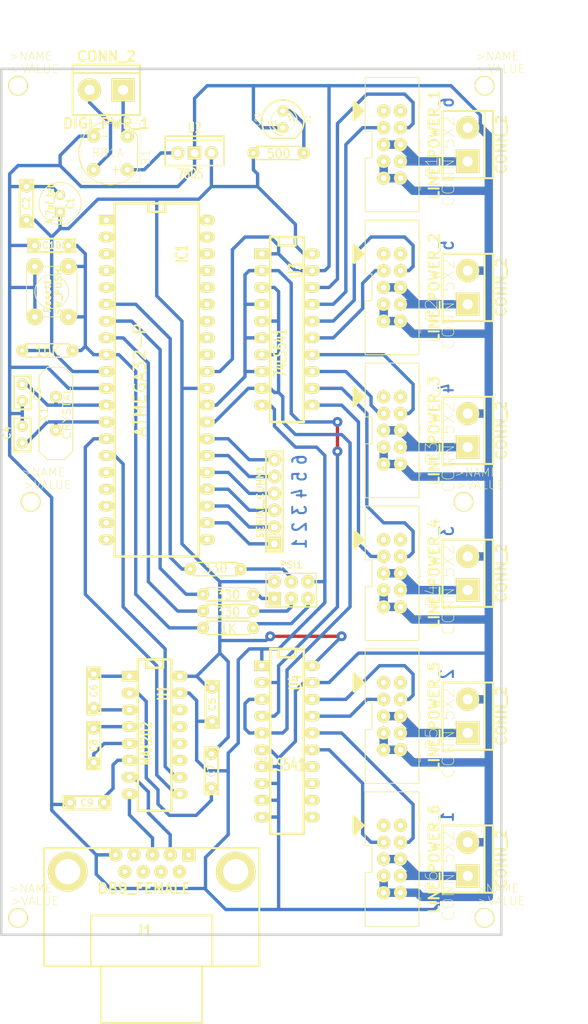
<source format=kicad_pcb>
(kicad_pcb (version 3) (host pcbnew "(2013-05-16 BZR 4016)-stable")

  (general
    (links 140)
    (no_connects 0)
    (area 117.8814 17.45234 212.305177 172.110401)
    (thickness 1.6002)
    (drawings 18)
    (tracks 481)
    (zones 0)
    (modules 47)
    (nets 53)
  )

  (page A4)
  (layers
    (15 Front signal)
    (0 Back signal)
    (16 B.Adhes user)
    (17 F.Adhes user)
    (18 B.Paste user)
    (19 F.Paste user)
    (20 B.SilkS user)
    (21 F.SilkS user)
    (22 B.Mask user)
    (23 F.Mask user)
    (24 Dwgs.User user)
    (25 Cmts.User user)
    (26 Eco1.User user)
    (27 Eco2.User user)
    (28 Edge.Cuts user)
  )

  (setup
    (last_trace_width 0.508)
    (user_trace_width 1.016)
    (user_trace_width 1.27)
    (trace_clearance 0.508)
    (zone_clearance 0.508)
    (zone_45_only no)
    (trace_min 0.2032)
    (segment_width 0.381)
    (edge_width 0.381)
    (via_size 1.50114)
    (via_drill 0.635)
    (via_min_size 0.889)
    (via_min_drill 0.508)
    (uvia_size 0.508)
    (uvia_drill 0.127)
    (uvias_allowed no)
    (uvia_min_size 0.508)
    (uvia_min_drill 0.127)
    (pcb_text_width 0.3048)
    (pcb_text_size 1.524 2.032)
    (mod_edge_width 0.381)
    (mod_text_size 1.524 1.524)
    (mod_text_width 0.3048)
    (pad_size 6 6)
    (pad_drill 3.8)
    (pad_to_mask_clearance 0.254)
    (aux_axis_origin 0 0)
    (visible_elements 7FFFFFFF)
    (pcbplotparams
      (layerselection 271613953)
      (usegerberextensions false)
      (excludeedgelayer true)
      (linewidth 0.150000)
      (plotframeref false)
      (viasonmask false)
      (mode 1)
      (useauxorigin false)
      (hpglpennumber 1)
      (hpglpenspeed 20)
      (hpglpendiameter 15)
      (hpglpenoverlay 0)
      (psnegative false)
      (psa4output false)
      (plotreference true)
      (plotvalue true)
      (plotothertext true)
      (plotinvisibletext false)
      (padsonsilk false)
      (subtractmaskfromsilk false)
      (outputformat 2)
      (mirror false)
      (drillshape 0)
      (scaleselection 1)
      (outputdirectory ""))
  )

  (net 0 "")
  (net 1 +5V)
  (net 2 /MISO)
  (net 3 /MOSI)
  (net 4 /RXD-RS232)
  (net 5 /RXD-TTL)
  (net 6 /Reset)
  (net 7 /SCK)
  (net 8 /SR_LC)
  (net 9 /SR_LC_1)
  (net 10 /SR_LC_2)
  (net 11 /SR_LC_3)
  (net 12 /SR_LC_4)
  (net 13 /SR_LC_5)
  (net 14 /SR_LC_6)
  (net 15 /SR_SC)
  (net 16 /SR_SC_1)
  (net 17 /SR_SC_2)
  (net 18 /SR_SC_3)
  (net 19 /SR_SC_4)
  (net 20 /SR_SC_5)
  (net 21 /SR_SC_6)
  (net 22 /SR_SERIAL_1)
  (net 23 /SR_SERIAL_2)
  (net 24 /SR_SERIAL_3)
  (net 25 /SR_SERIAL_4)
  (net 26 /SR_SERIAL_5)
  (net 27 /SR_SERIAL_6)
  (net 28 /TXD-RS232)
  (net 29 /TXD-TTL)
  (net 30 GND)
  (net 31 N-000022)
  (net 32 N-000023)
  (net 33 N-000024)
  (net 34 N-000030)
  (net 35 N-000069)
  (net 36 N-000075)
  (net 37 N-000077)
  (net 38 N-000078)
  (net 39 N-000079)
  (net 40 N-000080)
  (net 41 N-000081)
  (net 42 N-000084)
  (net 43 N-000085)
  (net 44 N-000087)
  (net 45 N-000088)
  (net 46 N-000089)
  (net 47 N-000091)
  (net 48 N-000092)
  (net 49 N-000093)
  (net 50 N-000096)
  (net 51 N-000097)
  (net 52 N-000098)

  (net_class Default "This is the default net class."
    (clearance 0.508)
    (trace_width 0.508)
    (via_dia 1.50114)
    (via_drill 0.635)
    (uvia_dia 0.508)
    (uvia_drill 0.127)
    (add_net "")
    (add_net +5V)
    (add_net /MISO)
    (add_net /MOSI)
    (add_net /RXD-RS232)
    (add_net /RXD-TTL)
    (add_net /Reset)
    (add_net /SCK)
    (add_net /SR_LC)
    (add_net /SR_LC_1)
    (add_net /SR_LC_2)
    (add_net /SR_LC_3)
    (add_net /SR_LC_4)
    (add_net /SR_LC_5)
    (add_net /SR_LC_6)
    (add_net /SR_SC)
    (add_net /SR_SC_1)
    (add_net /SR_SC_2)
    (add_net /SR_SC_3)
    (add_net /SR_SC_4)
    (add_net /SR_SC_5)
    (add_net /SR_SC_6)
    (add_net /SR_SERIAL_1)
    (add_net /SR_SERIAL_2)
    (add_net /SR_SERIAL_3)
    (add_net /SR_SERIAL_4)
    (add_net /SR_SERIAL_5)
    (add_net /SR_SERIAL_6)
    (add_net /TXD-RS232)
    (add_net /TXD-TTL)
    (add_net GND)
    (add_net N-000022)
    (add_net N-000023)
    (add_net N-000024)
    (add_net N-000030)
    (add_net N-000069)
    (add_net N-000075)
    (add_net N-000077)
    (add_net N-000078)
    (add_net N-000079)
    (add_net N-000080)
    (add_net N-000081)
    (add_net N-000084)
    (add_net N-000085)
    (add_net N-000087)
    (add_net N-000088)
    (add_net N-000089)
    (add_net N-000091)
    (add_net N-000092)
    (add_net N-000093)
    (add_net N-000096)
    (add_net N-000097)
    (add_net N-000098)
  )

  (module DB9FC_varios (layer Front) (tedit 51CB81EE) (tstamp 519432D9)
    (at 140.97 147.32 180)
    (descr "Connecteur DB9 femelle couche")
    (tags "CONN DB9")
    (path /50511A8A)
    (fp_text reference J1 (at 1.27 -10.16 180) (layer F.SilkS)
      (effects (font (size 1.524 1.524) (thickness 0.3048)))
    )
    (fp_text value DB9_FEMALE (at 1.27 -3.81 180) (layer F.SilkS)
      (effects (font (size 1.524 1.524) (thickness 0.3048)))
    )
    (fp_line (start -16.129 2.286) (end 16.383 2.286) (layer F.SilkS) (width 0.3048))
    (fp_line (start 16.383 2.286) (end 16.383 -15.494) (layer F.SilkS) (width 0.3048))
    (fp_line (start 16.383 -15.494) (end -16.129 -15.494) (layer F.SilkS) (width 0.3048))
    (fp_line (start -16.129 -15.494) (end -16.129 2.286) (layer F.SilkS) (width 0.3048))
    (fp_line (start -9.017 -15.494) (end -9.017 -7.874) (layer F.SilkS) (width 0.3048))
    (fp_line (start -9.017 -7.874) (end 9.271 -7.874) (layer F.SilkS) (width 0.3048))
    (fp_line (start 9.271 -7.874) (end 9.271 -15.494) (layer F.SilkS) (width 0.3048))
    (fp_line (start -7.493 -15.494) (end -7.493 -24.13) (layer F.SilkS) (width 0.3048))
    (fp_line (start -7.493 -24.13) (end 7.747 -24.13) (layer F.SilkS) (width 0.3048))
    (fp_line (start 7.747 -24.13) (end 7.747 -15.494) (layer F.SilkS) (width 0.3048))
    (pad "" thru_hole circle (at 12.827 -1.27 180) (size 6 6) (drill 3.8)
      (layers *.Cu *.Mask F.SilkS)
    )
    (pad "" thru_hole circle (at -12.573 -1.27 180) (size 6 6) (drill 3.8)
      (layers *.Cu *.Mask F.SilkS)
    )
    (pad 1 thru_hole rect (at -5.461 1.27 180) (size 2 2) (drill 0.70104)
      (layers *.Cu *.Mask F.SilkS)
    )
    (pad 2 thru_hole circle (at -2.667 1.27 180) (size 2 2) (drill 0.70104)
      (layers *.Cu *.Mask F.SilkS)
      (net 28 /TXD-RS232)
    )
    (pad 3 thru_hole circle (at 0 1.27 180) (size 2 2) (drill 0.70104)
      (layers *.Cu *.Mask F.SilkS)
      (net 4 /RXD-RS232)
    )
    (pad 4 thru_hole circle (at 2.794 1.27 180) (size 2 2) (drill 0.70104)
      (layers *.Cu *.Mask F.SilkS)
    )
    (pad 5 thru_hole circle (at 5.588 1.27 180) (size 2 2) (drill 0.70104)
      (layers *.Cu *.Mask F.SilkS)
      (net 30 GND)
    )
    (pad 6 thru_hole circle (at -4.064 -1.27 180) (size 2 2) (drill 0.70104)
      (layers *.Cu *.Mask F.SilkS)
    )
    (pad 7 thru_hole circle (at -1.27 -1.27 180) (size 2 2) (drill 0.70104)
      (layers *.Cu *.Mask F.SilkS)
    )
    (pad 8 thru_hole circle (at 1.397 -1.27 180) (size 2 2) (drill 0.70104)
      (layers *.Cu *.Mask F.SilkS)
    )
    (pad 9 thru_hole circle (at 4.191 -1.27 180) (size 2 2) (drill 0.70104)
      (layers *.Cu *.Mask F.SilkS)
    )
    (model conn_DBxx/db9_female_pin90deg.wrl
      (at (xyz 0 0 0))
      (scale (xyz 1 1 1))
      (rotate (xyz 0 0 0))
    )
  )

  (module PIN_ARRAY-6X1 (layer Front) (tedit 51CB8015) (tstamp 518992CF)
    (at 159.385 92.71 90)
    (descr "Connecteur 6 pins")
    (tags "CONN DEV")
    (path /51806AE3)
    (fp_text reference SERIAL_CONN1 (at 0 -2.159 90) (layer F.SilkS)
      (effects (font (size 1.016 1.016) (thickness 0.2032)))
    )
    (fp_text value CONN_6 (at 0 2.159 90) (layer F.SilkS) hide
      (effects (font (size 1.016 0.889) (thickness 0.2032)))
    )
    (fp_line (start -7.62 1.27) (end -7.62 -1.27) (layer F.SilkS) (width 0.3048))
    (fp_line (start -7.62 -1.27) (end 7.62 -1.27) (layer F.SilkS) (width 0.3048))
    (fp_line (start 7.62 -1.27) (end 7.62 1.27) (layer F.SilkS) (width 0.3048))
    (fp_line (start 7.62 1.27) (end -7.62 1.27) (layer F.SilkS) (width 0.3048))
    (fp_line (start -5.08 1.27) (end -5.08 -1.27) (layer F.SilkS) (width 0.3048))
    (pad 1 thru_hole rect (at -6.35 0 90) (size 2 2) (drill 1.016)
      (layers *.Cu *.Mask F.SilkS)
      (net 22 /SR_SERIAL_1)
    )
    (pad 2 thru_hole circle (at -3.81 0 90) (size 2 2) (drill 1.016)
      (layers *.Cu *.Mask F.SilkS)
      (net 23 /SR_SERIAL_2)
    )
    (pad 3 thru_hole circle (at -1.27 0 90) (size 2 2) (drill 1.016)
      (layers *.Cu *.Mask F.SilkS)
      (net 24 /SR_SERIAL_3)
    )
    (pad 4 thru_hole circle (at 1.27 0 90) (size 2 2) (drill 1.016)
      (layers *.Cu *.Mask F.SilkS)
      (net 25 /SR_SERIAL_4)
    )
    (pad 5 thru_hole circle (at 3.81 0 90) (size 2 2) (drill 1.016)
      (layers *.Cu *.Mask F.SilkS)
      (net 26 /SR_SERIAL_5)
    )
    (pad 6 thru_hole circle (at 6.35 0 90) (size 2 2) (drill 1.016)
      (layers *.Cu *.Mask F.SilkS)
      (net 27 /SR_SERIAL_6)
    )
    (model pin_array/pins_array_6x1.wrl
      (at (xyz 0 0 0))
      (scale (xyz 1 1 1))
      (rotate (xyz 0 0 0))
    )
  )

  (module SW_PUSH_SMALL (layer Front) (tedit 51A7FF6D) (tstamp 5052ACDA)
    (at 125.73 60.96 90)
    (path /505281B0)
    (fp_text reference Reset1 (at -0.635 -0.635 90) (layer F.SilkS)
      (effects (font (size 1.016 1.016) (thickness 0.2032)))
    )
    (fp_text value SW_PUSH (at 0 1.016 90) (layer F.SilkS)
      (effects (font (size 1.016 1.016) (thickness 0.2032)))
    )
    (fp_circle (center 0 0) (end 0 -2.54) (layer F.SilkS) (width 0.127))
    (fp_line (start -3.81 -3.81) (end 3.81 -3.81) (layer F.SilkS) (width 0.127))
    (fp_line (start 3.81 -3.81) (end 3.81 3.81) (layer F.SilkS) (width 0.127))
    (fp_line (start 3.81 3.81) (end -3.81 3.81) (layer F.SilkS) (width 0.127))
    (fp_line (start -3.81 -3.81) (end -3.81 3.81) (layer F.SilkS) (width 0.127))
    (pad 1 thru_hole circle (at 3.81 -2.54 90) (size 2.5 2.5) (drill 0.8001)
      (layers *.Cu *.Mask F.SilkS)
      (net 30 GND)
    )
    (pad 2 thru_hole circle (at 3.81 2.54 90) (size 2.5 2.5) (drill 0.8001)
      (layers *.Cu *.Mask F.SilkS)
      (net 6 /Reset)
    )
    (pad 1 thru_hole circle (at -3.81 -2.54 90) (size 2.5 2.5) (drill 0.8001)
      (layers *.Cu *.Mask F.SilkS)
      (net 30 GND)
    )
    (pad 2 thru_hole circle (at -3.81 2.54 90) (size 2.5 2.5) (drill 0.8001)
      (layers *.Cu *.Mask F.SilkS)
      (net 6 /Reset)
    )
  )

  (module LM78XXV (layer Front) (tedit 51A7F594) (tstamp 5052ACEF)
    (at 147.32 40.005 90)
    (descr "Regulateur TO220 serie LM78xx")
    (tags "TR TO220")
    (path /50527F32)
    (fp_text reference U2 (at 3.81 0 180) (layer F.SilkS)
      (effects (font (size 1.524 1.016) (thickness 0.2032)))
    )
    (fp_text value 7805 (at -3.175 -0.635 180) (layer F.SilkS)
      (effects (font (size 1.524 1.016) (thickness 0.2032)))
    )
    (fp_line (start 1.905 -4.445) (end 2.54 -4.445) (layer F.SilkS) (width 0.254))
    (fp_line (start 2.54 -4.445) (end 2.54 4.445) (layer F.SilkS) (width 0.254))
    (fp_line (start 2.54 4.445) (end 1.905 4.445) (layer F.SilkS) (width 0.254))
    (fp_line (start -1.905 -4.445) (end 1.905 -4.445) (layer F.SilkS) (width 0.254))
    (fp_line (start 1.905 -4.445) (end 1.905 4.445) (layer F.SilkS) (width 0.254))
    (fp_line (start 1.905 4.445) (end -1.905 4.445) (layer F.SilkS) (width 0.254))
    (fp_line (start -1.905 4.445) (end -1.905 -4.445) (layer F.SilkS) (width 0.254))
    (pad VI thru_hole circle (at 0 -2.54 90) (size 2 2) (drill 1.143)
      (layers *.Cu *.Mask F.SilkS)
      (net 32 N-000023)
    )
    (pad GND thru_hole rect (at 0 0 90) (size 2 2) (drill 1.143)
      (layers *.Cu *.Mask F.SilkS)
      (net 30 GND)
    )
    (pad VO thru_hole circle (at 0 2.54 90) (size 2 2) (drill 1.143)
      (layers *.Cu *.Mask F.SilkS)
      (net 1 +5V)
    )
  )

  (module rectifier-RB1A (layer Front) (tedit 5196ACD5) (tstamp 5052BF52)
    (at 134.62 40.005 180)
    (descr RECTIFIER)
    (tags RECTIFIER)
    (path /50527F26)
    (attr virtual)
    (fp_text reference B1 (at -5.3086 -0.6604 270) (layer F.SilkS)
      (effects (font (size 1.27 1.27) (thickness 0.0889)))
    )
    (fp_text value RB1A (at 0.4318 0.0254 180) (layer F.SilkS)
      (effects (font (size 1.27 1.27) (thickness 0.0889)))
    )
    (fp_line (start -4.445 4.445) (end 4.445 4.445) (layer F.SilkS) (width 0.06604))
    (fp_line (start 4.445 4.445) (end 4.445 -4.445) (layer F.SilkS) (width 0.06604))
    (fp_line (start -4.445 -4.445) (end 4.445 -4.445) (layer F.SilkS) (width 0.06604))
    (fp_line (start -4.445 4.445) (end -4.445 -4.445) (layer F.SilkS) (width 0.06604))
    (fp_line (start -4.064 2.54) (end -4.064 -2.54) (layer F.SilkS) (width 0.1524))
    (fp_line (start -1.27 -2.54) (end -0.254 -2.54) (layer F.SilkS) (width 0.1524))
    (fp_line (start -0.762 -2.032) (end -0.762 -3.048) (layer F.SilkS) (width 0.1524))
    (fp_line (start 0.254 2.54) (end 1.27 2.54) (layer F.SilkS) (width 0.1524))
    (fp_arc (start 0 0) (end -4.10718 -2.4638) (angle 297) (layer F.SilkS) (width 0.1524))
    (fp_arc (start -2.58826 2.54) (end -2.921 2.54) (angle 180) (layer F.SilkS) (width 0.1524))
    (fp_arc (start -1.9304 2.54) (end -1.6002 2.54) (angle 180) (layer F.SilkS) (width 0.1524))
    (fp_arc (start 1.8542 -2.54) (end 1.524 -2.54) (angle 180) (layer F.SilkS) (width 0.1524))
    (fp_arc (start 2.5146 -2.54) (end 2.8448 -2.54) (angle 180) (layer F.SilkS) (width 0.1524))
    (pad + thru_hole circle (at -2.54 -2.54 180) (size 2 2) (drill 0.8001)
      (layers *.Cu *.Mask F.SilkS)
      (net 32 N-000023)
    )
    (pad - thru_hole circle (at 2.54 2.54 180) (size 2 2) (drill 0.8001)
      (layers *.Cu *.Mask F.SilkS)
      (net 30 GND)
    )
    (pad AC1 thru_hole circle (at 2.54 -2.54 180) (size 2 2) (drill 0.8001)
      (layers *.Cu *.Mask F.SilkS)
      (net 47 N-000091)
    )
    (pad AC2 thru_hole circle (at -2.54 2.54 180) (size 2 2) (drill 0.8001)
      (layers *.Cu *.Mask F.SilkS)
      (net 33 N-000024)
    )
  )

  (module mount_hole (layer Front) (tedit 519577D9) (tstamp 519697F8)
    (at 122.555 92.71)
    (path mount)
    (attr virtual)
    (fp_text reference >VALUE (at 2.54 -2.54) (layer F.SilkS)
      (effects (font (size 1.27 1.27) (thickness 0.0889)))
    )
    (fp_text value >NAME (at 1.905 -4.445) (layer F.SilkS)
      (effects (font (size 1.27 1.27) (thickness 0.0889)))
    )
    (fp_circle (center 0 0) (end -0.4445 0.4445) (layer F.SilkS) (width 0.381))
    (pad "" np_thru_hole circle (at 0 0) (size 2.99974 2.99974) (drill 2.54)
      (layers *.Cu *.Mask F.SilkS)
    )
  )

  (module mount_hole (layer Front) (tedit 519577D9) (tstamp 519697CF)
    (at 187.96 92.71)
    (path mount)
    (attr virtual)
    (fp_text reference >VALUE (at 2.54 -2.54) (layer F.SilkS)
      (effects (font (size 1.27 1.27) (thickness 0.0889)))
    )
    (fp_text value >NAME (at 1.905 -4.445) (layer F.SilkS)
      (effects (font (size 1.27 1.27) (thickness 0.0889)))
    )
    (fp_circle (center 0 0) (end -0.4445 0.4445) (layer F.SilkS) (width 0.381))
    (pad "" np_thru_hole circle (at 0 0) (size 2.99974 2.99974) (drill 2.54)
      (layers *.Cu *.Mask F.SilkS)
    )
  )

  (module pin_array_3x2_modif (layer Front) (tedit 51CA26E4) (tstamp 5052ACEE)
    (at 161.925 106.045)
    (descr "Double rangee de contacts 2 x 4 pins")
    (tags CONN)
    (path /50512ABE)
    (fp_text reference PSI1 (at 0 -3.81) (layer F.SilkS)
      (effects (font (size 1.016 1.016) (thickness 0.2032)))
    )
    (fp_text value CONN_3X2 (at 0 3.81) (layer F.SilkS) hide
      (effects (font (size 1.016 1.016) (thickness 0.2032)))
    )
    (fp_line (start 3.81 2.54) (end -3.81 2.54) (layer F.SilkS) (width 0.2032))
    (fp_line (start -3.81 -2.54) (end 3.81 -2.54) (layer F.SilkS) (width 0.2032))
    (fp_line (start 3.81 -2.54) (end 3.81 2.54) (layer F.SilkS) (width 0.2032))
    (fp_line (start -3.81 2.54) (end -3.81 -2.54) (layer F.SilkS) (width 0.2032))
    (pad 1 thru_hole rect (at -2.54 1.27) (size 2 2) (drill 0.8001)
      (layers *.Cu *.Mask F.SilkS)
      (net 44 N-000087)
    )
    (pad 2 thru_hole circle (at -2.54 -1.27) (size 2 2) (drill 0.8001)
      (layers *.Cu *.Mask F.SilkS)
      (net 1 +5V)
    )
    (pad 3 thru_hole circle (at 0 1.27) (size 2 2) (drill 0.8001)
      (layers *.Cu *.Mask F.SilkS)
      (net 45 N-000088)
    )
    (pad 4 thru_hole circle (at 0 -1.27) (size 2 2) (drill 0.8001)
      (layers *.Cu *.Mask F.SilkS)
      (net 43 N-000085)
    )
    (pad 5 thru_hole circle (at 2.54 1.27) (size 2 2) (drill 0.8001)
      (layers *.Cu *.Mask F.SilkS)
      (net 46 N-000089)
    )
    (pad 6 thru_hole circle (at 2.54 -1.27) (size 2 2) (drill 0.8001)
      (layers *.Cu *.Mask F.SilkS)
      (net 30 GND)
    )
    (model pin_array/pins_array_3x2.wrl
      (at (xyz 0 0 0))
      (scale (xyz 1 1 1))
      (rotate (xyz 0 0 0))
    )
  )

  (module HC-18UV (layer Front) (tedit 42899E71) (tstamp 5052ACF0)
    (at 126.365 79.375 90)
    (descr "Quartz boitier HC-18U vertical")
    (tags "QUARTZ DEV")
    (path /50512B42)
    (autoplace_cost180 10)
    (fp_text reference X1 (at -0.127 -1.778 90) (layer F.SilkS)
      (effects (font (size 1.143 1.27) (thickness 0.1524)))
    )
    (fp_text value CRYSTAL (at 0 1.651 90) (layer F.SilkS)
      (effects (font (size 1.143 1.27) (thickness 0.1524)))
    )
    (fp_line (start -6.985 -1.27) (end -5.715 -2.54) (layer F.SilkS) (width 0.1524))
    (fp_line (start 5.715 -2.54) (end 6.985 -1.27) (layer F.SilkS) (width 0.1524))
    (fp_line (start 6.985 1.27) (end 5.715 2.54) (layer F.SilkS) (width 0.1524))
    (fp_line (start -6.985 1.27) (end -5.715 2.54) (layer F.SilkS) (width 0.1524))
    (fp_line (start -5.715 -2.54) (end 5.715 -2.54) (layer F.SilkS) (width 0.1524))
    (fp_line (start -6.985 -1.27) (end -6.985 1.27) (layer F.SilkS) (width 0.1524))
    (fp_line (start -5.715 2.54) (end 5.715 2.54) (layer F.SilkS) (width 0.1524))
    (fp_line (start 6.985 1.27) (end 6.985 -1.27) (layer F.SilkS) (width 0.1524))
    (pad 1 thru_hole circle (at -2.54 0 90) (size 1.778 1.778) (drill 0.8128)
      (layers *.Cu *.Mask F.SilkS)
      (net 42 N-000084)
    )
    (pad 2 thru_hole circle (at 2.54 0 90) (size 1.778 1.778) (drill 0.8128)
      (layers *.Cu *.Mask F.SilkS)
      (net 35 N-000069)
    )
    (model discret/crystal_hc18u_vertical.wrl
      (at (xyz 0 0 0))
      (scale (xyz 1 1 1))
      (rotate (xyz 0 0 0))
    )
  )

  (module DIP-20__300_ELL (layer Front) (tedit 200000) (tstamp 5052ACF1)
    (at 161.29 66.675 270)
    (descr "20 pins DIL package, elliptical pads")
    (tags DIL)
    (path /50527D0E)
    (fp_text reference U3 (at -8.89 -1.27 270) (layer F.SilkS)
      (effects (font (size 1.778 1.143) (thickness 0.28702)))
    )
    (fp_text value 74LS541 (at 3.556 1.016 270) (layer F.SilkS)
      (effects (font (size 1.778 1.143) (thickness 0.28702)))
    )
    (fp_line (start -13.97 -1.27) (end -12.7 -1.27) (layer F.SilkS) (width 0.381))
    (fp_line (start -12.7 -1.27) (end -12.7 1.27) (layer F.SilkS) (width 0.381))
    (fp_line (start -12.7 1.27) (end -13.97 1.27) (layer F.SilkS) (width 0.381))
    (fp_line (start -13.97 -2.54) (end 13.97 -2.54) (layer F.SilkS) (width 0.381))
    (fp_line (start 13.97 -2.54) (end 13.97 2.54) (layer F.SilkS) (width 0.381))
    (fp_line (start 13.97 2.54) (end -13.97 2.54) (layer F.SilkS) (width 0.381))
    (fp_line (start -13.97 2.54) (end -13.97 -2.54) (layer F.SilkS) (width 0.381))
    (pad 1 thru_hole rect (at -11.43 3.81 270) (size 1.5748 2.286) (drill 0.8128)
      (layers *.Cu *.Mask F.SilkS)
      (net 30 GND)
    )
    (pad 2 thru_hole oval (at -8.89 3.81 270) (size 1.5748 2.286) (drill 0.8128)
      (layers *.Cu *.Mask F.SilkS)
      (net 8 /SR_LC)
    )
    (pad 3 thru_hole oval (at -6.35 3.81 270) (size 1.5748 2.286) (drill 0.8128)
      (layers *.Cu *.Mask F.SilkS)
      (net 15 /SR_SC)
    )
    (pad 4 thru_hole oval (at -3.81 3.81 270) (size 1.5748 2.286) (drill 0.8128)
      (layers *.Cu *.Mask F.SilkS)
      (net 8 /SR_LC)
    )
    (pad 5 thru_hole oval (at -1.27 3.81 270) (size 1.5748 2.286) (drill 0.8128)
      (layers *.Cu *.Mask F.SilkS)
      (net 15 /SR_SC)
    )
    (pad 6 thru_hole oval (at 1.27 3.81 270) (size 1.5748 2.286) (drill 0.8128)
      (layers *.Cu *.Mask F.SilkS)
      (net 8 /SR_LC)
    )
    (pad 7 thru_hole oval (at 3.81 3.81 270) (size 1.5748 2.286) (drill 0.8128)
      (layers *.Cu *.Mask F.SilkS)
      (net 15 /SR_SC)
    )
    (pad 8 thru_hole oval (at 6.35 3.81 270) (size 1.5748 2.286) (drill 0.8128)
      (layers *.Cu *.Mask F.SilkS)
      (net 8 /SR_LC)
    )
    (pad 9 thru_hole oval (at 8.89 3.81 270) (size 1.5748 2.286) (drill 0.8128)
      (layers *.Cu *.Mask F.SilkS)
      (net 15 /SR_SC)
    )
    (pad 10 thru_hole oval (at 11.43 3.81 270) (size 1.5748 2.286) (drill 0.8128)
      (layers *.Cu *.Mask F.SilkS)
      (net 30 GND)
    )
    (pad 11 thru_hole oval (at 11.43 -3.81 270) (size 1.5748 2.286) (drill 0.8128)
      (layers *.Cu *.Mask F.SilkS)
      (net 19 /SR_SC_4)
    )
    (pad 12 thru_hole oval (at 8.89 -3.81 270) (size 1.5748 2.286) (drill 0.8128)
      (layers *.Cu *.Mask F.SilkS)
      (net 12 /SR_LC_4)
    )
    (pad 13 thru_hole oval (at 6.35 -3.81 270) (size 1.5748 2.286) (drill 0.8128)
      (layers *.Cu *.Mask F.SilkS)
      (net 18 /SR_SC_3)
    )
    (pad 14 thru_hole oval (at 3.81 -3.81 270) (size 1.5748 2.286) (drill 0.8128)
      (layers *.Cu *.Mask F.SilkS)
      (net 11 /SR_LC_3)
    )
    (pad 15 thru_hole oval (at 1.27 -3.81 270) (size 1.5748 2.286) (drill 0.8128)
      (layers *.Cu *.Mask F.SilkS)
      (net 17 /SR_SC_2)
    )
    (pad 16 thru_hole oval (at -1.27 -3.81 270) (size 1.5748 2.286) (drill 0.8128)
      (layers *.Cu *.Mask F.SilkS)
      (net 10 /SR_LC_2)
    )
    (pad 17 thru_hole oval (at -3.81 -3.81 270) (size 1.5748 2.286) (drill 0.8128)
      (layers *.Cu *.Mask F.SilkS)
      (net 16 /SR_SC_1)
    )
    (pad 18 thru_hole oval (at -6.35 -3.81 270) (size 1.5748 2.286) (drill 0.8128)
      (layers *.Cu *.Mask F.SilkS)
      (net 9 /SR_LC_1)
    )
    (pad 19 thru_hole oval (at -8.89 -3.81 270) (size 1.5748 2.286) (drill 0.8128)
      (layers *.Cu *.Mask F.SilkS)
      (net 30 GND)
    )
    (pad 20 thru_hole oval (at -11.43 -3.81 270) (size 1.5748 2.286) (drill 0.8128)
      (layers *.Cu *.Mask F.SilkS)
      (net 1 +5V)
    )
    (model dil/dil_20.wrl
      (at (xyz 0 0 0))
      (scale (xyz 1 1 1))
      (rotate (xyz 0 0 0))
    )
  )

  (module DIP-16__300_ELL (layer Front) (tedit 200000) (tstamp 5052ACF2)
    (at 141.2875 127.9525 270)
    (descr "16 pins DIL package, elliptical pads")
    (tags DIL)
    (path /50511A8B)
    (fp_text reference U1 (at -6.35 -1.27 270) (layer F.SilkS)
      (effects (font (size 1.524 1.143) (thickness 0.28702)))
    )
    (fp_text value MAX202 (at 1.27 1.27 270) (layer F.SilkS)
      (effects (font (size 1.524 1.143) (thickness 0.28702)))
    )
    (fp_line (start -11.43 -1.27) (end -11.43 -1.27) (layer F.SilkS) (width 0.381))
    (fp_line (start -11.43 -1.27) (end -10.16 -1.27) (layer F.SilkS) (width 0.381))
    (fp_line (start -10.16 -1.27) (end -10.16 1.27) (layer F.SilkS) (width 0.381))
    (fp_line (start -10.16 1.27) (end -11.43 1.27) (layer F.SilkS) (width 0.381))
    (fp_line (start -11.43 -2.54) (end 11.43 -2.54) (layer F.SilkS) (width 0.381))
    (fp_line (start 11.43 -2.54) (end 11.43 2.54) (layer F.SilkS) (width 0.381))
    (fp_line (start 11.43 2.54) (end -11.43 2.54) (layer F.SilkS) (width 0.381))
    (fp_line (start -11.43 2.54) (end -11.43 -2.54) (layer F.SilkS) (width 0.381))
    (pad 1 thru_hole rect (at -8.89 3.81 270) (size 1.5748 2.286) (drill 0.8128)
      (layers *.Cu *.Mask F.SilkS)
      (net 37 N-000077)
    )
    (pad 2 thru_hole oval (at -6.35 3.81 270) (size 1.5748 2.286) (drill 0.8128)
      (layers *.Cu *.Mask F.SilkS)
      (net 38 N-000078)
    )
    (pad 3 thru_hole oval (at -3.81 3.81 270) (size 1.5748 2.286) (drill 0.8128)
      (layers *.Cu *.Mask F.SilkS)
      (net 39 N-000079)
    )
    (pad 4 thru_hole oval (at -1.27 3.81 270) (size 1.5748 2.286) (drill 0.8128)
      (layers *.Cu *.Mask F.SilkS)
      (net 36 N-000075)
    )
    (pad 5 thru_hole oval (at 1.27 3.81 270) (size 1.5748 2.286) (drill 0.8128)
      (layers *.Cu *.Mask F.SilkS)
      (net 40 N-000080)
    )
    (pad 6 thru_hole oval (at 3.81 3.81 270) (size 1.5748 2.286) (drill 0.8128)
      (layers *.Cu *.Mask F.SilkS)
      (net 41 N-000081)
    )
    (pad 7 thru_hole oval (at 6.35 3.81 270) (size 1.5748 2.286) (drill 0.8128)
      (layers *.Cu *.Mask F.SilkS)
      (net 28 /TXD-RS232)
    )
    (pad 8 thru_hole oval (at 8.89 3.81 270) (size 1.5748 2.286) (drill 0.8128)
      (layers *.Cu *.Mask F.SilkS)
      (net 4 /RXD-RS232)
    )
    (pad 9 thru_hole oval (at 8.89 -3.81 270) (size 1.5748 2.286) (drill 0.8128)
      (layers *.Cu *.Mask F.SilkS)
      (net 5 /RXD-TTL)
    )
    (pad 10 thru_hole oval (at 6.35 -3.81 270) (size 1.5748 2.286) (drill 0.8128)
      (layers *.Cu *.Mask F.SilkS)
      (net 29 /TXD-TTL)
    )
    (pad 11 thru_hole oval (at 3.81 -3.81 270) (size 1.5748 2.286) (drill 0.8128)
      (layers *.Cu *.Mask F.SilkS)
    )
    (pad 12 thru_hole oval (at 1.27 -3.81 270) (size 1.5748 2.286) (drill 0.8128)
      (layers *.Cu *.Mask F.SilkS)
    )
    (pad 13 thru_hole oval (at -1.27 -3.81 270) (size 1.5748 2.286) (drill 0.8128)
      (layers *.Cu *.Mask F.SilkS)
    )
    (pad 14 thru_hole oval (at -3.81 -3.81 270) (size 1.5748 2.286) (drill 0.8128)
      (layers *.Cu *.Mask F.SilkS)
    )
    (pad 15 thru_hole oval (at -6.35 -3.81 270) (size 1.5748 2.286) (drill 0.8128)
      (layers *.Cu *.Mask F.SilkS)
      (net 30 GND)
    )
    (pad 16 thru_hole oval (at -8.89 -3.81 270) (size 1.5748 2.286) (drill 0.8128)
      (layers *.Cu *.Mask F.SilkS)
      (net 1 +5V)
    )
    (model dil/dil_16.wrl
      (at (xyz 0 0 0))
      (scale (xyz 1 1 1))
      (rotate (xyz 0 0 0))
    )
  )

  (module C1V7 (layer Front) (tedit 200000) (tstamp 5052AD00)
    (at 127 47.625 90)
    (path /50512B3D)
    (fp_text reference C1 (at 0 1.524 90) (layer F.SilkS)
      (effects (font (size 1.143 0.889) (thickness 0.2032)))
    )
    (fp_text value 4.7uf_tan (at 0 -1.524 90) (layer F.SilkS)
      (effects (font (size 1.143 0.889) (thickness 0.2032)))
    )
    (fp_text user + (at -2.54 0 90) (layer F.SilkS)
      (effects (font (size 1.143 1.143) (thickness 0.28702)))
    )
    (fp_circle (center 0 0) (end 3.175 0) (layer F.SilkS) (width 0.127))
    (pad 1 thru_hole rect (at -1.27 0 90) (size 1.524 1.524) (drill 0.8128)
      (layers *.Cu *.Mask F.SilkS)
      (net 1 +5V)
    )
    (pad 2 thru_hole circle (at 1.27 0 90) (size 1.524 1.524) (drill 0.8128)
      (layers *.Cu *.Mask F.SilkS)
      (net 30 GND)
    )
    (model discret/c_vert_c1v7.wrl
      (at (xyz 0 0 0))
      (scale (xyz 1 1 1))
      (rotate (xyz 0 0 0))
    )
  )

  (module DIP-40__600_ELL (layer Front) (tedit 200000) (tstamp 5052BC7D)
    (at 141.605 74.295 270)
    (descr "Module Dil 40 pins, pads elliptiques, e=600 mils")
    (tags DIL)
    (path /505119C4)
    (fp_text reference IC1 (at -19.05 -3.81 270) (layer F.SilkS)
      (effects (font (size 1.778 1.143) (thickness 0.28702)))
    )
    (fp_text value ATMEGA32-P (at 0 2.54 270) (layer F.SilkS)
      (effects (font (size 1.778 1.778) (thickness 0.3048)))
    )
    (fp_line (start -26.67 -1.27) (end -25.4 -1.27) (layer F.SilkS) (width 0.381))
    (fp_line (start -25.4 -1.27) (end -25.4 1.27) (layer F.SilkS) (width 0.381))
    (fp_line (start -25.4 1.27) (end -26.67 1.27) (layer F.SilkS) (width 0.381))
    (fp_line (start -26.67 -6.35) (end 26.67 -6.35) (layer F.SilkS) (width 0.381))
    (fp_line (start 26.67 -6.35) (end 26.67 6.35) (layer F.SilkS) (width 0.381))
    (fp_line (start 26.67 6.35) (end -26.67 6.35) (layer F.SilkS) (width 0.381))
    (fp_line (start -26.67 6.35) (end -26.67 -6.35) (layer F.SilkS) (width 0.381))
    (pad 1 thru_hole rect (at -24.13 7.62 270) (size 1.5748 2.286) (drill 0.8128)
      (layers *.Cu *.Mask F.SilkS)
    )
    (pad 2 thru_hole oval (at -21.59 7.62 270) (size 1.5748 2.286) (drill 0.8128)
      (layers *.Cu *.Mask F.SilkS)
    )
    (pad 3 thru_hole oval (at -19.05 7.62 270) (size 1.5748 2.286) (drill 0.8128)
      (layers *.Cu *.Mask F.SilkS)
    )
    (pad 4 thru_hole oval (at -16.51 7.62 270) (size 1.5748 2.286) (drill 0.8128)
      (layers *.Cu *.Mask F.SilkS)
    )
    (pad 5 thru_hole oval (at -13.97 7.62 270) (size 1.5748 2.286) (drill 0.8128)
      (layers *.Cu *.Mask F.SilkS)
    )
    (pad 6 thru_hole oval (at -11.43 7.62 270) (size 1.5748 2.286) (drill 0.8128)
      (layers *.Cu *.Mask F.SilkS)
      (net 3 /MOSI)
    )
    (pad 7 thru_hole oval (at -8.89 7.62 270) (size 1.5748 2.286) (drill 0.8128)
      (layers *.Cu *.Mask F.SilkS)
      (net 2 /MISO)
    )
    (pad 8 thru_hole oval (at -6.35 7.62 270) (size 1.5748 2.286) (drill 0.8128)
      (layers *.Cu *.Mask F.SilkS)
      (net 7 /SCK)
    )
    (pad 9 thru_hole oval (at -3.81 7.62 270) (size 1.5748 2.286) (drill 0.8128)
      (layers *.Cu *.Mask F.SilkS)
      (net 6 /Reset)
    )
    (pad 10 thru_hole oval (at -1.27 7.62 270) (size 1.5748 2.286) (drill 0.8128)
      (layers *.Cu *.Mask F.SilkS)
      (net 1 +5V)
    )
    (pad 11 thru_hole oval (at 1.27 7.62 270) (size 1.5748 2.286) (drill 0.8128)
      (layers *.Cu *.Mask F.SilkS)
      (net 30 GND)
    )
    (pad 12 thru_hole oval (at 3.81 7.62 270) (size 1.5748 2.286) (drill 0.8128)
      (layers *.Cu *.Mask F.SilkS)
      (net 35 N-000069)
    )
    (pad 13 thru_hole oval (at 6.35 7.62 270) (size 1.5748 2.286) (drill 0.8128)
      (layers *.Cu *.Mask F.SilkS)
      (net 42 N-000084)
    )
    (pad 14 thru_hole oval (at 8.89 7.62 270) (size 1.5748 2.286) (drill 0.8128)
      (layers *.Cu *.Mask F.SilkS)
      (net 5 /RXD-TTL)
    )
    (pad 15 thru_hole oval (at 11.43 7.62 270) (size 1.5748 2.286) (drill 0.8128)
      (layers *.Cu *.Mask F.SilkS)
      (net 29 /TXD-TTL)
    )
    (pad 16 thru_hole oval (at 13.97 7.62 270) (size 1.5748 2.286) (drill 0.8128)
      (layers *.Cu *.Mask F.SilkS)
    )
    (pad 17 thru_hole oval (at 16.51 7.62 270) (size 1.5748 2.286) (drill 0.8128)
      (layers *.Cu *.Mask F.SilkS)
    )
    (pad 18 thru_hole oval (at 19.05 7.62 270) (size 1.5748 2.286) (drill 0.8128)
      (layers *.Cu *.Mask F.SilkS)
    )
    (pad 19 thru_hole oval (at 21.59 7.62 270) (size 1.5748 2.286) (drill 0.8128)
      (layers *.Cu *.Mask F.SilkS)
    )
    (pad 20 thru_hole oval (at 24.13 7.62 270) (size 1.5748 2.286) (drill 0.8128)
      (layers *.Cu *.Mask F.SilkS)
    )
    (pad 21 thru_hole oval (at 24.13 -7.62 270) (size 1.5748 2.286) (drill 0.8128)
      (layers *.Cu *.Mask F.SilkS)
    )
    (pad 22 thru_hole oval (at 21.59 -7.62 270) (size 1.5748 2.286) (drill 0.8128)
      (layers *.Cu *.Mask F.SilkS)
      (net 22 /SR_SERIAL_1)
    )
    (pad 23 thru_hole oval (at 19.05 -7.62 270) (size 1.5748 2.286) (drill 0.8128)
      (layers *.Cu *.Mask F.SilkS)
      (net 23 /SR_SERIAL_2)
    )
    (pad 24 thru_hole oval (at 16.51 -7.62 270) (size 1.5748 2.286) (drill 0.8128)
      (layers *.Cu *.Mask F.SilkS)
      (net 24 /SR_SERIAL_3)
    )
    (pad 25 thru_hole oval (at 13.97 -7.62 270) (size 1.5748 2.286) (drill 0.8128)
      (layers *.Cu *.Mask F.SilkS)
      (net 25 /SR_SERIAL_4)
    )
    (pad 26 thru_hole oval (at 11.43 -7.62 270) (size 1.5748 2.286) (drill 0.8128)
      (layers *.Cu *.Mask F.SilkS)
      (net 26 /SR_SERIAL_5)
    )
    (pad 27 thru_hole oval (at 8.89 -7.62 270) (size 1.5748 2.286) (drill 0.8128)
      (layers *.Cu *.Mask F.SilkS)
      (net 27 /SR_SERIAL_6)
    )
    (pad 28 thru_hole oval (at 6.35 -7.62 270) (size 1.5748 2.286) (drill 0.8128)
      (layers *.Cu *.Mask F.SilkS)
      (net 15 /SR_SC)
    )
    (pad 29 thru_hole oval (at 3.81 -7.62 270) (size 1.5748 2.286) (drill 0.8128)
      (layers *.Cu *.Mask F.SilkS)
      (net 8 /SR_LC)
    )
    (pad 30 thru_hole oval (at 1.27 -7.62 270) (size 1.5748 2.286) (drill 0.8128)
      (layers *.Cu *.Mask F.SilkS)
      (net 1 +5V)
    )
    (pad 31 thru_hole oval (at -1.27 -7.62 270) (size 1.5748 2.286) (drill 0.8128)
      (layers *.Cu *.Mask F.SilkS)
      (net 30 GND)
    )
    (pad 32 thru_hole oval (at -3.81 -7.62 270) (size 1.5748 2.286) (drill 0.8128)
      (layers *.Cu *.Mask F.SilkS)
    )
    (pad 33 thru_hole oval (at -6.35 -7.62 270) (size 1.5748 2.286) (drill 0.8128)
      (layers *.Cu *.Mask F.SilkS)
    )
    (pad 34 thru_hole oval (at -8.89 -7.62 270) (size 1.5748 2.286) (drill 0.8128)
      (layers *.Cu *.Mask F.SilkS)
    )
    (pad 35 thru_hole oval (at -11.43 -7.62 270) (size 1.5748 2.286) (drill 0.8128)
      (layers *.Cu *.Mask F.SilkS)
    )
    (pad 36 thru_hole oval (at -13.97 -7.62 270) (size 1.5748 2.286) (drill 0.8128)
      (layers *.Cu *.Mask F.SilkS)
    )
    (pad 37 thru_hole oval (at -16.51 -7.62 270) (size 1.5748 2.286) (drill 0.8128)
      (layers *.Cu *.Mask F.SilkS)
    )
    (pad 38 thru_hole oval (at -19.05 -7.62 270) (size 1.5748 2.286) (drill 0.8128)
      (layers *.Cu *.Mask F.SilkS)
    )
    (pad 39 thru_hole oval (at -21.59 -7.62 270) (size 1.5748 2.286) (drill 0.8128)
      (layers *.Cu *.Mask F.SilkS)
    )
    (pad 40 thru_hole oval (at -24.13 -7.62 270) (size 1.5748 2.286) (drill 0.8128)
      (layers *.Cu *.Mask F.SilkS)
    )
    (model dil\dil_40-w600.wrl
      (at (xyz 0 0 0))
      (scale (xyz 1 1 1))
      (rotate (xyz 0 0 0))
    )
  )

  (module LED-5MM (layer Front) (tedit 49BFA269) (tstamp 5052BD72)
    (at 160.655 34.925 270)
    (descr "LED 5mm - Lead pitch 100mil (2,54mm)")
    (tags "LED led 5mm 5MM 100mil 2,54mm")
    (path /50527F2C)
    (fp_text reference D1 (at 0 -3.81 270) (layer F.SilkS)
      (effects (font (size 0.762 0.762) (thickness 0.0889)))
    )
    (fp_text value LED (at 0 3.81 270) (layer F.SilkS)
      (effects (font (size 0.762 0.762) (thickness 0.0889)))
    )
    (fp_line (start 2.8448 1.905) (end 2.8448 -1.905) (layer F.SilkS) (width 0.2032))
    (fp_circle (center 0.254 0) (end -1.016 1.27) (layer F.SilkS) (width 0.0762))
    (fp_arc (start 0.254 0) (end 2.794 1.905) (angle 286.2) (layer F.SilkS) (width 0.254))
    (fp_arc (start 0.254 0) (end -0.889 0) (angle 90) (layer F.SilkS) (width 0.1524))
    (fp_arc (start 0.254 0) (end 1.397 0) (angle 90) (layer F.SilkS) (width 0.1524))
    (fp_arc (start 0.254 0) (end -1.397 0) (angle 90) (layer F.SilkS) (width 0.1524))
    (fp_arc (start 0.254 0) (end 1.905 0) (angle 90) (layer F.SilkS) (width 0.1524))
    (fp_arc (start 0.254 0) (end -1.905 0) (angle 90) (layer F.SilkS) (width 0.1524))
    (fp_arc (start 0.254 0) (end 2.413 0) (angle 90) (layer F.SilkS) (width 0.1524))
    (pad 1 thru_hole circle (at -1.27 0 270) (size 1.6764 1.6764) (drill 0.8128)
      (layers *.Cu F.Paste F.SilkS F.Mask)
      (net 31 N-000022)
    )
    (pad 2 thru_hole circle (at 1.27 0 270) (size 1.6764 1.6764) (drill 0.8128)
      (layers *.Cu F.Paste F.SilkS F.Mask)
      (net 30 GND)
    )
    (model discret/leds/led5_vertical_verde.wrl
      (at (xyz 0 0 0))
      (scale (xyz 1 1 1))
      (rotate (xyz 0 0 0))
    )
  )

  (module DIP-20__300_ELL (layer Front) (tedit 51942D6C) (tstamp 5189911A)
    (at 161.29 128.905 270)
    (descr "20 pins DIL package, elliptical pads")
    (tags DIL)
    (path /51898A2C)
    (fp_text reference U4 (at -8.89 -1.27 270) (layer F.SilkS)
      (effects (font (size 1.778 1.143) (thickness 0.28702)))
    )
    (fp_text value 74LS541 (at 3.556 1.016 360) (layer F.SilkS)
      (effects (font (size 1.778 1.143) (thickness 0.28702)))
    )
    (fp_line (start -13.97 -1.27) (end -12.7 -1.27) (layer F.SilkS) (width 0.381))
    (fp_line (start -12.7 -1.27) (end -12.7 1.27) (layer F.SilkS) (width 0.381))
    (fp_line (start -12.7 1.27) (end -13.97 1.27) (layer F.SilkS) (width 0.381))
    (fp_line (start -13.97 -2.54) (end 13.97 -2.54) (layer F.SilkS) (width 0.381))
    (fp_line (start 13.97 -2.54) (end 13.97 2.54) (layer F.SilkS) (width 0.381))
    (fp_line (start 13.97 2.54) (end -13.97 2.54) (layer F.SilkS) (width 0.381))
    (fp_line (start -13.97 2.54) (end -13.97 -2.54) (layer F.SilkS) (width 0.381))
    (pad 1 thru_hole rect (at -11.43 3.81 270) (size 1.5748 2.286) (drill 0.8128)
      (layers *.Cu *.Mask F.SilkS)
      (net 30 GND)
    )
    (pad 2 thru_hole oval (at -8.89 3.81 270) (size 1.5748 2.286) (drill 0.8128)
      (layers *.Cu *.Mask F.SilkS)
      (net 8 /SR_LC)
    )
    (pad 3 thru_hole oval (at -6.35 3.81 270) (size 1.5748 2.286) (drill 0.8128)
      (layers *.Cu *.Mask F.SilkS)
      (net 15 /SR_SC)
    )
    (pad 4 thru_hole oval (at -3.81 3.81 270) (size 1.5748 2.286) (drill 0.8128)
      (layers *.Cu *.Mask F.SilkS)
      (net 8 /SR_LC)
    )
    (pad 5 thru_hole oval (at -1.27 3.81 270) (size 1.5748 2.286) (drill 0.8128)
      (layers *.Cu *.Mask F.SilkS)
      (net 15 /SR_SC)
    )
    (pad 6 thru_hole oval (at 1.27 3.81 270) (size 1.5748 2.286) (drill 0.8128)
      (layers *.Cu *.Mask F.SilkS)
      (net 30 GND)
    )
    (pad 7 thru_hole oval (at 3.81 3.81 270) (size 1.5748 2.286) (drill 0.8128)
      (layers *.Cu *.Mask F.SilkS)
      (net 30 GND)
    )
    (pad 8 thru_hole oval (at 6.35 3.81 270) (size 1.5748 2.286) (drill 0.8128)
      (layers *.Cu *.Mask F.SilkS)
      (net 30 GND)
    )
    (pad 9 thru_hole oval (at 8.89 3.81 270) (size 1.5748 2.286) (drill 0.8128)
      (layers *.Cu *.Mask F.SilkS)
      (net 30 GND)
    )
    (pad 10 thru_hole oval (at 11.43 3.81 270) (size 1.5748 2.286) (drill 0.8128)
      (layers *.Cu *.Mask F.SilkS)
      (net 30 GND)
    )
    (pad 11 thru_hole oval (at 11.43 -3.81 270) (size 1.5748 2.286) (drill 0.8128)
      (layers *.Cu *.Mask F.SilkS)
    )
    (pad 12 thru_hole oval (at 8.89 -3.81 270) (size 1.5748 2.286) (drill 0.8128)
      (layers *.Cu *.Mask F.SilkS)
    )
    (pad 13 thru_hole oval (at 6.35 -3.81 270) (size 1.5748 2.286) (drill 0.8128)
      (layers *.Cu *.Mask F.SilkS)
    )
    (pad 14 thru_hole oval (at 3.81 -3.81 270) (size 1.5748 2.286) (drill 0.8128)
      (layers *.Cu *.Mask F.SilkS)
    )
    (pad 15 thru_hole oval (at 1.27 -3.81 270) (size 1.5748 2.286) (drill 0.8128)
      (layers *.Cu *.Mask F.SilkS)
      (net 21 /SR_SC_6)
    )
    (pad 16 thru_hole oval (at -1.27 -3.81 270) (size 1.5748 2.286) (drill 0.8128)
      (layers *.Cu *.Mask F.SilkS)
      (net 14 /SR_LC_6)
    )
    (pad 17 thru_hole oval (at -3.81 -3.81 270) (size 1.5748 2.286) (drill 0.8128)
      (layers *.Cu *.Mask F.SilkS)
      (net 20 /SR_SC_5)
    )
    (pad 18 thru_hole oval (at -6.35 -3.81 270) (size 1.5748 2.286) (drill 0.8128)
      (layers *.Cu *.Mask F.SilkS)
      (net 13 /SR_LC_5)
    )
    (pad 19 thru_hole oval (at -8.89 -3.81 270) (size 1.5748 2.286) (drill 0.8128)
      (layers *.Cu *.Mask F.SilkS)
      (net 30 GND)
    )
    (pad 20 thru_hole oval (at -11.43 -3.81 270) (size 1.5748 2.286) (drill 0.8128)
      (layers *.Cu *.Mask F.SilkS)
      (net 1 +5V)
    )
    (model dil/dil_20.wrl
      (at (xyz 0 0 0))
      (scale (xyz 1 1 1))
      (rotate (xyz 0 0 0))
    )
  )

  (module mount_hole (layer Front) (tedit 519577D9) (tstamp 519576F2)
    (at 191.135 29.845)
    (attr virtual)
    (fp_text reference >VALUE (at 2.54 -2.54) (layer F.SilkS)
      (effects (font (size 1.27 1.27) (thickness 0.0889)))
    )
    (fp_text value >NAME (at 1.905 -4.445) (layer F.SilkS)
      (effects (font (size 1.27 1.27) (thickness 0.0889)))
    )
    (fp_circle (center 0 0) (end -0.4445 0.4445) (layer F.SilkS) (width 0.381))
    (pad "" np_thru_hole circle (at 0 0) (size 2.99974 2.99974) (drill 2.54)
      (layers *.Cu *.Mask F.SilkS)
    )
  )

  (module mount_hole (layer Front) (tedit 519577D9) (tstamp 519577B6)
    (at 191.135 155.575)
    (path mount)
    (attr virtual)
    (fp_text reference >VALUE (at 2.54 -2.54) (layer F.SilkS)
      (effects (font (size 1.27 1.27) (thickness 0.0889)))
    )
    (fp_text value >NAME (at 1.905 -4.445) (layer F.SilkS)
      (effects (font (size 1.27 1.27) (thickness 0.0889)))
    )
    (fp_circle (center 0 0) (end -0.4445 0.4445) (layer F.SilkS) (width 0.381))
    (pad "" np_thru_hole circle (at 0 0) (size 2.99974 2.99974) (drill 2.54)
      (layers *.Cu *.Mask F.SilkS)
    )
  )

  (module mount_hole (layer Front) (tedit 519577D9) (tstamp 51957793)
    (at 120.65 155.575)
    (path mount)
    (attr virtual)
    (fp_text reference >VALUE (at 2.54 -2.54) (layer F.SilkS)
      (effects (font (size 1.27 1.27) (thickness 0.0889)))
    )
    (fp_text value >NAME (at 1.905 -4.445) (layer F.SilkS)
      (effects (font (size 1.27 1.27) (thickness 0.0889)))
    )
    (fp_circle (center 0 0) (end -0.4445 0.4445) (layer F.SilkS) (width 0.381))
    (pad "" np_thru_hole circle (at 0 0) (size 2.99974 2.99974) (drill 2.54)
      (layers *.Cu *.Mask F.SilkS)
    )
  )

  (module mount_hole (layer Front) (tedit 519577D9) (tstamp 51957787)
    (at 120.65 29.845)
    (path mount)
    (attr virtual)
    (fp_text reference >VALUE (at 2.54 -2.54) (layer F.SilkS)
      (effects (font (size 1.27 1.27) (thickness 0.0889)))
    )
    (fp_text value >NAME (at 1.905 -4.445) (layer F.SilkS)
      (effects (font (size 1.27 1.27) (thickness 0.0889)))
    )
    (fp_circle (center 0 0) (end -0.4445 0.4445) (layer F.SilkS) (width 0.381))
    (pad "" np_thru_hole circle (at 0 0) (size 2.99974 2.99974) (drill 2.54)
      (layers *.Cu *.Mask F.SilkS)
    )
  )

  (module C1-varios (layer Front) (tedit 5196B1D6) (tstamp 5052AD03)
    (at 121.285 76.2 270)
    (descr "Condensateur e = 1 pas")
    (tags C)
    (path /50512B41)
    (fp_text reference C3 (at 0.254 -2.286 270) (layer F.SilkS)
      (effects (font (size 1.016 1.016) (thickness 0.2032)))
    )
    (fp_text value 22pf (at 0 -2.286 270) (layer F.SilkS) hide
      (effects (font (size 1.016 1.016) (thickness 0.2032)))
    )
    (fp_line (start -2.4892 -1.27) (end 2.54 -1.27) (layer F.SilkS) (width 0.3048))
    (fp_line (start 2.54 -1.27) (end 2.54 1.27) (layer F.SilkS) (width 0.3048))
    (fp_line (start 2.54 1.27) (end -2.54 1.27) (layer F.SilkS) (width 0.3048))
    (fp_line (start -2.54 1.27) (end -2.54 -1.27) (layer F.SilkS) (width 0.3048))
    (fp_line (start -2.54 -0.635) (end -1.905 -1.27) (layer F.SilkS) (width 0.3048))
    (pad 1 thru_hole circle (at -1.27 0 270) (size 1.7 1.7) (drill 0.8128)
      (layers *.Cu *.Mask F.SilkS)
      (net 35 N-000069)
    )
    (pad 2 thru_hole circle (at 1.27 0 270) (size 1.7 1.7) (drill 0.8128)
      (layers *.Cu *.Mask F.SilkS)
      (net 30 GND)
    )
    (model discret/capa_1_pas.wrl
      (at (xyz 0 0 0))
      (scale (xyz 1 1 1))
      (rotate (xyz 0 0 0))
    )
  )

  (module C1-varios (layer Front) (tedit 5196B1D6) (tstamp 5052AD01)
    (at 121.285 82.55 90)
    (descr "Condensateur e = 1 pas")
    (tags C)
    (path /50512B40)
    (fp_text reference C4 (at 0.254 -2.286 90) (layer F.SilkS)
      (effects (font (size 1.016 1.016) (thickness 0.2032)))
    )
    (fp_text value 22pf (at 0 -2.286 90) (layer F.SilkS) hide
      (effects (font (size 1.016 1.016) (thickness 0.2032)))
    )
    (fp_line (start -2.4892 -1.27) (end 2.54 -1.27) (layer F.SilkS) (width 0.3048))
    (fp_line (start 2.54 -1.27) (end 2.54 1.27) (layer F.SilkS) (width 0.3048))
    (fp_line (start 2.54 1.27) (end -2.54 1.27) (layer F.SilkS) (width 0.3048))
    (fp_line (start -2.54 1.27) (end -2.54 -1.27) (layer F.SilkS) (width 0.3048))
    (fp_line (start -2.54 -0.635) (end -1.905 -1.27) (layer F.SilkS) (width 0.3048))
    (pad 1 thru_hole circle (at -1.27 0 90) (size 1.7 1.7) (drill 0.8128)
      (layers *.Cu *.Mask F.SilkS)
      (net 42 N-000084)
    )
    (pad 2 thru_hole circle (at 1.27 0 90) (size 1.7 1.7) (drill 0.8128)
      (layers *.Cu *.Mask F.SilkS)
      (net 30 GND)
    )
    (model discret/capa_1_pas.wrl
      (at (xyz 0 0 0))
      (scale (xyz 1 1 1))
      (rotate (xyz 0 0 0))
    )
  )

  (module bornier2_varios (layer Front) (tedit 51A7FDD7) (tstamp 5052BD74)
    (at 188.595 38.735 90)
    (descr "Bornier d'alimentation 2 pins")
    (tags DEV)
    (path /50527010)
    (fp_text reference LINE_POWER_1 (at 0 -5.08 90) (layer F.SilkS)
      (effects (font (size 1.524 1.524) (thickness 0.3048)))
    )
    (fp_text value CONN_2 (at 0 5.08 90) (layer F.SilkS)
      (effects (font (size 1.524 1.524) (thickness 0.3048)))
    )
    (fp_line (start 5.08 2.54) (end -5.08 2.54) (layer F.SilkS) (width 0.3048))
    (fp_line (start 5.08 3.81) (end 5.08 -3.81) (layer F.SilkS) (width 0.3048))
    (fp_line (start 5.08 -3.81) (end -5.08 -3.81) (layer F.SilkS) (width 0.3048))
    (fp_line (start -5.08 -3.81) (end -5.08 3.81) (layer F.SilkS) (width 0.3048))
    (fp_line (start -5.08 3.81) (end 5.08 3.81) (layer F.SilkS) (width 0.3048))
    (pad 1 thru_hole rect (at -2.54 0 90) (size 3.5 3.5) (drill 1.524)
      (layers *.Cu *.Mask F.SilkS)
      (net 50 N-000096)
    )
    (pad 2 thru_hole circle (at 2.54 0 90) (size 3.5 3.5) (drill 1.524)
      (layers *.Cu *.Mask F.SilkS)
      (net 30 GND)
    )
    (model device/bornier_2.wrl
      (at (xyz 0 0 0))
      (scale (xyz 1 1 1))
      (rotate (xyz 0 0 0))
    )
  )

  (module bornier2_varios (layer Front) (tedit 51A7FDD7) (tstamp 5189911F)
    (at 188.595 146.685 90)
    (descr "Bornier d'alimentation 2 pins")
    (tags DEV)
    (path /51898A2F)
    (fp_text reference LINE_POWER_6 (at 0 -5.08 90) (layer F.SilkS)
      (effects (font (size 1.524 1.524) (thickness 0.3048)))
    )
    (fp_text value CONN_2 (at 0 5.08 90) (layer F.SilkS)
      (effects (font (size 1.524 1.524) (thickness 0.3048)))
    )
    (fp_line (start 5.08 2.54) (end -5.08 2.54) (layer F.SilkS) (width 0.3048))
    (fp_line (start 5.08 3.81) (end 5.08 -3.81) (layer F.SilkS) (width 0.3048))
    (fp_line (start 5.08 -3.81) (end -5.08 -3.81) (layer F.SilkS) (width 0.3048))
    (fp_line (start -5.08 -3.81) (end -5.08 3.81) (layer F.SilkS) (width 0.3048))
    (fp_line (start -5.08 3.81) (end 5.08 3.81) (layer F.SilkS) (width 0.3048))
    (pad 1 thru_hole rect (at -2.54 0 90) (size 3.5 3.5) (drill 1.524)
      (layers *.Cu *.Mask F.SilkS)
      (net 48 N-000092)
    )
    (pad 2 thru_hole circle (at 2.54 0 90) (size 3.5 3.5) (drill 1.524)
      (layers *.Cu *.Mask F.SilkS)
      (net 30 GND)
    )
    (model device/bornier_2.wrl
      (at (xyz 0 0 0))
      (scale (xyz 1 1 1))
      (rotate (xyz 0 0 0))
    )
  )

  (module bornier2_varios (layer Front) (tedit 51A7FDD7) (tstamp 5189911D)
    (at 188.595 125.095 90)
    (descr "Bornier d'alimentation 2 pins")
    (tags DEV)
    (path /51898A30)
    (fp_text reference LINE_POWER_5 (at 0 -5.08 90) (layer F.SilkS)
      (effects (font (size 1.524 1.524) (thickness 0.3048)))
    )
    (fp_text value CONN_2 (at 0 5.08 90) (layer F.SilkS)
      (effects (font (size 1.524 1.524) (thickness 0.3048)))
    )
    (fp_line (start 5.08 2.54) (end -5.08 2.54) (layer F.SilkS) (width 0.3048))
    (fp_line (start 5.08 3.81) (end 5.08 -3.81) (layer F.SilkS) (width 0.3048))
    (fp_line (start 5.08 -3.81) (end -5.08 -3.81) (layer F.SilkS) (width 0.3048))
    (fp_line (start -5.08 -3.81) (end -5.08 3.81) (layer F.SilkS) (width 0.3048))
    (fp_line (start -5.08 3.81) (end 5.08 3.81) (layer F.SilkS) (width 0.3048))
    (pad 1 thru_hole rect (at -2.54 0 90) (size 3.5 3.5) (drill 1.524)
      (layers *.Cu *.Mask F.SilkS)
      (net 49 N-000093)
    )
    (pad 2 thru_hole circle (at 2.54 0 90) (size 3.5 3.5) (drill 1.524)
      (layers *.Cu *.Mask F.SilkS)
      (net 30 GND)
    )
    (model device/bornier_2.wrl
      (at (xyz 0 0 0))
      (scale (xyz 1 1 1))
      (rotate (xyz 0 0 0))
    )
  )

  (module bornier2_varios (layer Front) (tedit 51A7FDD7) (tstamp 5189911B)
    (at 133.985 30.48 180)
    (descr "Bornier d'alimentation 2 pins")
    (tags DEV)
    (path /50527FF7)
    (fp_text reference DIGI_PWR_1 (at 0 -5.08 180) (layer F.SilkS)
      (effects (font (size 1.524 1.524) (thickness 0.3048)))
    )
    (fp_text value CONN_2 (at 0 5.08 180) (layer F.SilkS)
      (effects (font (size 1.524 1.524) (thickness 0.3048)))
    )
    (fp_line (start 5.08 2.54) (end -5.08 2.54) (layer F.SilkS) (width 0.3048))
    (fp_line (start 5.08 3.81) (end 5.08 -3.81) (layer F.SilkS) (width 0.3048))
    (fp_line (start 5.08 -3.81) (end -5.08 -3.81) (layer F.SilkS) (width 0.3048))
    (fp_line (start -5.08 -3.81) (end -5.08 3.81) (layer F.SilkS) (width 0.3048))
    (fp_line (start -5.08 3.81) (end 5.08 3.81) (layer F.SilkS) (width 0.3048))
    (pad 1 thru_hole rect (at -2.54 0 180) (size 3.5 3.5) (drill 1.524)
      (layers *.Cu *.Mask F.SilkS)
      (net 33 N-000024)
    )
    (pad 2 thru_hole circle (at 2.54 0 180) (size 3.5 3.5) (drill 1.524)
      (layers *.Cu *.Mask F.SilkS)
      (net 47 N-000091)
    )
    (model device/bornier_2.wrl
      (at (xyz 0 0 0))
      (scale (xyz 1 1 1))
      (rotate (xyz 0 0 0))
    )
  )

  (module bornier2_varios (layer Front) (tedit 51A7FDD7) (tstamp 5052BD7A)
    (at 188.595 103.505 90)
    (descr "Bornier d'alimentation 2 pins")
    (tags DEV)
    (path /5052706A)
    (fp_text reference LINE_POWER_4 (at 0 -5.08 90) (layer F.SilkS)
      (effects (font (size 1.524 1.524) (thickness 0.3048)))
    )
    (fp_text value CONN_2 (at 0 5.08 90) (layer F.SilkS)
      (effects (font (size 1.524 1.524) (thickness 0.3048)))
    )
    (fp_line (start 5.08 2.54) (end -5.08 2.54) (layer F.SilkS) (width 0.3048))
    (fp_line (start 5.08 3.81) (end 5.08 -3.81) (layer F.SilkS) (width 0.3048))
    (fp_line (start 5.08 -3.81) (end -5.08 -3.81) (layer F.SilkS) (width 0.3048))
    (fp_line (start -5.08 -3.81) (end -5.08 3.81) (layer F.SilkS) (width 0.3048))
    (fp_line (start -5.08 3.81) (end 5.08 3.81) (layer F.SilkS) (width 0.3048))
    (pad 1 thru_hole rect (at -2.54 0 90) (size 3.5 3.5) (drill 1.524)
      (layers *.Cu *.Mask F.SilkS)
      (net 51 N-000097)
    )
    (pad 2 thru_hole circle (at 2.54 0 90) (size 3.5 3.5) (drill 1.524)
      (layers *.Cu *.Mask F.SilkS)
      (net 30 GND)
    )
    (model device/bornier_2.wrl
      (at (xyz 0 0 0))
      (scale (xyz 1 1 1))
      (rotate (xyz 0 0 0))
    )
  )

  (module bornier2_varios (layer Front) (tedit 51A7FDD7) (tstamp 5052BD78)
    (at 188.595 81.915 90)
    (descr "Bornier d'alimentation 2 pins")
    (tags DEV)
    (path /5052706B)
    (fp_text reference LINE_POWER_3 (at 0 -5.08 90) (layer F.SilkS)
      (effects (font (size 1.524 1.524) (thickness 0.3048)))
    )
    (fp_text value CONN_2 (at 0 5.08 90) (layer F.SilkS)
      (effects (font (size 1.524 1.524) (thickness 0.3048)))
    )
    (fp_line (start 5.08 2.54) (end -5.08 2.54) (layer F.SilkS) (width 0.3048))
    (fp_line (start 5.08 3.81) (end 5.08 -3.81) (layer F.SilkS) (width 0.3048))
    (fp_line (start 5.08 -3.81) (end -5.08 -3.81) (layer F.SilkS) (width 0.3048))
    (fp_line (start -5.08 -3.81) (end -5.08 3.81) (layer F.SilkS) (width 0.3048))
    (fp_line (start -5.08 3.81) (end 5.08 3.81) (layer F.SilkS) (width 0.3048))
    (pad 1 thru_hole rect (at -2.54 0 90) (size 3.5 3.5) (drill 1.524)
      (layers *.Cu *.Mask F.SilkS)
      (net 52 N-000098)
    )
    (pad 2 thru_hole circle (at 2.54 0 90) (size 3.5 3.5) (drill 1.524)
      (layers *.Cu *.Mask F.SilkS)
      (net 30 GND)
    )
    (model device/bornier_2.wrl
      (at (xyz 0 0 0))
      (scale (xyz 1 1 1))
      (rotate (xyz 0 0 0))
    )
  )

  (module bornier2_varios (layer Front) (tedit 51A7FDD7) (tstamp 5052BD76)
    (at 188.595 60.325 90)
    (descr "Bornier d'alimentation 2 pins")
    (tags DEV)
    (path /50527066)
    (fp_text reference LINE_POWER_2 (at 0 -5.08 90) (layer F.SilkS)
      (effects (font (size 1.524 1.524) (thickness 0.3048)))
    )
    (fp_text value CONN_2 (at 0 5.08 90) (layer F.SilkS)
      (effects (font (size 1.524 1.524) (thickness 0.3048)))
    )
    (fp_line (start 5.08 2.54) (end -5.08 2.54) (layer F.SilkS) (width 0.3048))
    (fp_line (start 5.08 3.81) (end 5.08 -3.81) (layer F.SilkS) (width 0.3048))
    (fp_line (start 5.08 -3.81) (end -5.08 -3.81) (layer F.SilkS) (width 0.3048))
    (fp_line (start -5.08 -3.81) (end -5.08 3.81) (layer F.SilkS) (width 0.3048))
    (fp_line (start -5.08 3.81) (end 5.08 3.81) (layer F.SilkS) (width 0.3048))
    (pad 1 thru_hole rect (at -2.54 0 90) (size 3.5 3.5) (drill 1.524)
      (layers *.Cu *.Mask F.SilkS)
      (net 34 N-000030)
    )
    (pad 2 thru_hole circle (at 2.54 0 90) (size 3.5 3.5) (drill 1.524)
      (layers *.Cu *.Mask F.SilkS)
      (net 30 GND)
    )
    (model device/bornier_2.wrl
      (at (xyz 0 0 0))
      (scale (xyz 1 1 1))
      (rotate (xyz 0 0 0))
    )
  )

  (module R3-varios (layer Front) (tedit 51CA2737) (tstamp 5052ACDB)
    (at 125.095 69.85)
    (descr "Resitance 3 pas")
    (tags R)
    (path /505281F3)
    (autoplace_cost180 10)
    (fp_text reference R6 (at 0 0.127) (layer F.SilkS) hide
      (effects (font (size 1.397 1.27) (thickness 0.2032)))
    )
    (fp_text value 10K (at 0 0.127) (layer F.SilkS)
      (effects (font (size 1.397 1.27) (thickness 0.2032)))
    )
    (fp_line (start -3.81 0) (end -3.302 0) (layer F.SilkS) (width 0.2032))
    (fp_line (start 3.81 0) (end 3.302 0) (layer F.SilkS) (width 0.2032))
    (fp_line (start 3.302 0) (end 3.302 -1.016) (layer F.SilkS) (width 0.2032))
    (fp_line (start 3.302 -1.016) (end -3.302 -1.016) (layer F.SilkS) (width 0.2032))
    (fp_line (start -3.302 -1.016) (end -3.302 1.016) (layer F.SilkS) (width 0.2032))
    (fp_line (start -3.302 1.016) (end 3.302 1.016) (layer F.SilkS) (width 0.2032))
    (fp_line (start 3.302 1.016) (end 3.302 0) (layer F.SilkS) (width 0.2032))
    (fp_line (start -3.302 -0.508) (end -2.794 -1.016) (layer F.SilkS) (width 0.2032))
    (pad 1 thru_hole circle (at -3.81 0) (size 1.8 1.8) (drill 0.6)
      (layers *.Cu *.Mask F.SilkS)
      (net 1 +5V)
    )
    (pad 2 thru_hole circle (at 3.81 0) (size 1.8 1.8) (drill 0.6)
      (layers *.Cu *.Mask F.SilkS)
      (net 6 /Reset)
    )
    (model discret/resistor.wrl
      (at (xyz 0 0 0))
      (scale (xyz 0.3 0.3 0.3))
      (rotate (xyz 0 0 0))
    )
  )

  (module R3-varios (layer Front) (tedit 51CA2737) (tstamp 5052ACDD)
    (at 160.02 40.005)
    (descr "Resitance 3 pas")
    (tags R)
    (path /50527F2D)
    (autoplace_cost180 10)
    (fp_text reference R5 (at 0 0.127) (layer F.SilkS) hide
      (effects (font (size 1.397 1.27) (thickness 0.2032)))
    )
    (fp_text value 500 (at 0 0.127) (layer F.SilkS)
      (effects (font (size 1.397 1.27) (thickness 0.2032)))
    )
    (fp_line (start -3.81 0) (end -3.302 0) (layer F.SilkS) (width 0.2032))
    (fp_line (start 3.81 0) (end 3.302 0) (layer F.SilkS) (width 0.2032))
    (fp_line (start 3.302 0) (end 3.302 -1.016) (layer F.SilkS) (width 0.2032))
    (fp_line (start 3.302 -1.016) (end -3.302 -1.016) (layer F.SilkS) (width 0.2032))
    (fp_line (start -3.302 -1.016) (end -3.302 1.016) (layer F.SilkS) (width 0.2032))
    (fp_line (start -3.302 1.016) (end 3.302 1.016) (layer F.SilkS) (width 0.2032))
    (fp_line (start 3.302 1.016) (end 3.302 0) (layer F.SilkS) (width 0.2032))
    (fp_line (start -3.302 -0.508) (end -2.794 -1.016) (layer F.SilkS) (width 0.2032))
    (pad 1 thru_hole circle (at -3.81 0) (size 1.8 1.8) (drill 0.6)
      (layers *.Cu *.Mask F.SilkS)
      (net 1 +5V)
    )
    (pad 2 thru_hole circle (at 3.81 0) (size 1.8 1.8) (drill 0.6)
      (layers *.Cu *.Mask F.SilkS)
      (net 31 N-000022)
    )
    (model discret/resistor.wrl
      (at (xyz 0 0 0))
      (scale (xyz 0.3 0.3 0.3))
      (rotate (xyz 0 0 0))
    )
  )

  (module R3-varios (layer Front) (tedit 51CA2737) (tstamp 5052ACDF)
    (at 152.4 111.76)
    (descr "Resitance 3 pas")
    (tags R)
    (path /50512ABC)
    (autoplace_cost180 10)
    (fp_text reference R4 (at 0 0.127) (layer F.SilkS) hide
      (effects (font (size 1.397 1.27) (thickness 0.2032)))
    )
    (fp_text value 1K (at 0 0.127) (layer F.SilkS)
      (effects (font (size 1.397 1.27) (thickness 0.2032)))
    )
    (fp_line (start -3.81 0) (end -3.302 0) (layer F.SilkS) (width 0.2032))
    (fp_line (start 3.81 0) (end 3.302 0) (layer F.SilkS) (width 0.2032))
    (fp_line (start 3.302 0) (end 3.302 -1.016) (layer F.SilkS) (width 0.2032))
    (fp_line (start 3.302 -1.016) (end -3.302 -1.016) (layer F.SilkS) (width 0.2032))
    (fp_line (start -3.302 -1.016) (end -3.302 1.016) (layer F.SilkS) (width 0.2032))
    (fp_line (start -3.302 1.016) (end 3.302 1.016) (layer F.SilkS) (width 0.2032))
    (fp_line (start 3.302 1.016) (end 3.302 0) (layer F.SilkS) (width 0.2032))
    (fp_line (start -3.302 -0.508) (end -2.794 -1.016) (layer F.SilkS) (width 0.2032))
    (pad 1 thru_hole circle (at -3.81 0) (size 1.8 1.8) (drill 0.6)
      (layers *.Cu *.Mask F.SilkS)
      (net 6 /Reset)
    )
    (pad 2 thru_hole circle (at 3.81 0) (size 1.8 1.8) (drill 0.6)
      (layers *.Cu *.Mask F.SilkS)
      (net 46 N-000089)
    )
    (model discret/resistor.wrl
      (at (xyz 0 0 0))
      (scale (xyz 0.3 0.3 0.3))
      (rotate (xyz 0 0 0))
    )
  )

  (module R3-varios (layer Front) (tedit 51CA2737) (tstamp 5052ACE1)
    (at 150.495 102.87 180)
    (descr "Resitance 3 pas")
    (tags R)
    (path /50512AC1)
    (autoplace_cost180 10)
    (fp_text reference R3 (at 0 0.127 180) (layer F.SilkS) hide
      (effects (font (size 1.397 1.27) (thickness 0.2032)))
    )
    (fp_text value 330 (at 0 0.127 180) (layer F.SilkS)
      (effects (font (size 1.397 1.27) (thickness 0.2032)))
    )
    (fp_line (start -3.81 0) (end -3.302 0) (layer F.SilkS) (width 0.2032))
    (fp_line (start 3.81 0) (end 3.302 0) (layer F.SilkS) (width 0.2032))
    (fp_line (start 3.302 0) (end 3.302 -1.016) (layer F.SilkS) (width 0.2032))
    (fp_line (start 3.302 -1.016) (end -3.302 -1.016) (layer F.SilkS) (width 0.2032))
    (fp_line (start -3.302 -1.016) (end -3.302 1.016) (layer F.SilkS) (width 0.2032))
    (fp_line (start -3.302 1.016) (end 3.302 1.016) (layer F.SilkS) (width 0.2032))
    (fp_line (start 3.302 1.016) (end 3.302 0) (layer F.SilkS) (width 0.2032))
    (fp_line (start -3.302 -0.508) (end -2.794 -1.016) (layer F.SilkS) (width 0.2032))
    (pad 1 thru_hole circle (at -3.81 0 180) (size 1.8 1.8) (drill 0.6)
      (layers *.Cu *.Mask F.SilkS)
      (net 43 N-000085)
    )
    (pad 2 thru_hole circle (at 3.81 0 180) (size 1.8 1.8) (drill 0.6)
      (layers *.Cu *.Mask F.SilkS)
      (net 3 /MOSI)
    )
    (model discret/resistor.wrl
      (at (xyz 0 0 0))
      (scale (xyz 0.3 0.3 0.3))
      (rotate (xyz 0 0 0))
    )
  )

  (module R3-varios (layer Front) (tedit 51CA2737) (tstamp 5052ACE3)
    (at 152.4 109.22)
    (descr "Resitance 3 pas")
    (tags R)
    (path /50512ABF)
    (autoplace_cost180 10)
    (fp_text reference R2 (at 0 0.127) (layer F.SilkS) hide
      (effects (font (size 1.397 1.27) (thickness 0.2032)))
    )
    (fp_text value 330 (at 0 0.127) (layer F.SilkS)
      (effects (font (size 1.397 1.27) (thickness 0.2032)))
    )
    (fp_line (start -3.81 0) (end -3.302 0) (layer F.SilkS) (width 0.2032))
    (fp_line (start 3.81 0) (end 3.302 0) (layer F.SilkS) (width 0.2032))
    (fp_line (start 3.302 0) (end 3.302 -1.016) (layer F.SilkS) (width 0.2032))
    (fp_line (start 3.302 -1.016) (end -3.302 -1.016) (layer F.SilkS) (width 0.2032))
    (fp_line (start -3.302 -1.016) (end -3.302 1.016) (layer F.SilkS) (width 0.2032))
    (fp_line (start -3.302 1.016) (end 3.302 1.016) (layer F.SilkS) (width 0.2032))
    (fp_line (start 3.302 1.016) (end 3.302 0) (layer F.SilkS) (width 0.2032))
    (fp_line (start -3.302 -0.508) (end -2.794 -1.016) (layer F.SilkS) (width 0.2032))
    (pad 1 thru_hole circle (at -3.81 0) (size 1.8 1.8) (drill 0.6)
      (layers *.Cu *.Mask F.SilkS)
      (net 7 /SCK)
    )
    (pad 2 thru_hole circle (at 3.81 0) (size 1.8 1.8) (drill 0.6)
      (layers *.Cu *.Mask F.SilkS)
      (net 45 N-000088)
    )
    (model discret/resistor.wrl
      (at (xyz 0 0 0))
      (scale (xyz 0.3 0.3 0.3))
      (rotate (xyz 0 0 0))
    )
  )

  (module R3-varios (layer Front) (tedit 51CA2737) (tstamp 5052ACE5)
    (at 152.4 106.68)
    (descr "Resitance 3 pas")
    (tags R)
    (path /50512AC0)
    (autoplace_cost180 10)
    (fp_text reference R1 (at 0 0.127) (layer F.SilkS) hide
      (effects (font (size 1.397 1.27) (thickness 0.2032)))
    )
    (fp_text value 330 (at 0 0.127) (layer F.SilkS)
      (effects (font (size 1.397 1.27) (thickness 0.2032)))
    )
    (fp_line (start -3.81 0) (end -3.302 0) (layer F.SilkS) (width 0.2032))
    (fp_line (start 3.81 0) (end 3.302 0) (layer F.SilkS) (width 0.2032))
    (fp_line (start 3.302 0) (end 3.302 -1.016) (layer F.SilkS) (width 0.2032))
    (fp_line (start 3.302 -1.016) (end -3.302 -1.016) (layer F.SilkS) (width 0.2032))
    (fp_line (start -3.302 -1.016) (end -3.302 1.016) (layer F.SilkS) (width 0.2032))
    (fp_line (start -3.302 1.016) (end 3.302 1.016) (layer F.SilkS) (width 0.2032))
    (fp_line (start 3.302 1.016) (end 3.302 0) (layer F.SilkS) (width 0.2032))
    (fp_line (start -3.302 -0.508) (end -2.794 -1.016) (layer F.SilkS) (width 0.2032))
    (pad 1 thru_hole circle (at -3.81 0) (size 1.8 1.8) (drill 0.6)
      (layers *.Cu *.Mask F.SilkS)
      (net 2 /MISO)
    )
    (pad 2 thru_hole circle (at 3.81 0) (size 1.8 1.8) (drill 0.6)
      (layers *.Cu *.Mask F.SilkS)
      (net 44 N-000087)
    )
    (model discret/resistor.wrl
      (at (xyz 0 0 0))
      (scale (xyz 0.3 0.3 0.3))
      (rotate (xyz 0 0 0))
    )
  )

  (module C2-varios (layer Front) (tedit 51CA2B8A) (tstamp 5052ACF5)
    (at 149.987 123.317 90)
    (descr "Condensateur = 2 pas")
    (tags C)
    (path /50511A87)
    (fp_text reference C5 (at 0 0 90) (layer F.SilkS)
      (effects (font (size 1.016 1.016) (thickness 0.2032)))
    )
    (fp_text value C (at 0 0 90) (layer F.SilkS) hide
      (effects (font (size 1.016 1.016) (thickness 0.2032)))
    )
    (fp_line (start -3.556 -1.016) (end 3.556 -1.016) (layer F.SilkS) (width 0.3048))
    (fp_line (start 3.556 -1.016) (end 3.556 1.016) (layer F.SilkS) (width 0.3048))
    (fp_line (start 3.556 1.016) (end -3.556 1.016) (layer F.SilkS) (width 0.3048))
    (fp_line (start -3.556 1.016) (end -3.556 -1.016) (layer F.SilkS) (width 0.3048))
    (fp_line (start -3.556 -0.508) (end -3.048 -1.016) (layer F.SilkS) (width 0.3048))
    (pad 1 thru_hole circle (at -2.54 0 90) (size 1.8 1.8) (drill 0.8128)
      (layers *.Cu *.Mask F.SilkS)
      (net 30 GND)
    )
    (pad 2 thru_hole circle (at 2.54 0 90) (size 1.8 1.8) (drill 0.8128)
      (layers *.Cu *.Mask F.SilkS)
      (net 1 +5V)
    )
    (model discret/capa_2pas_5x5mm.wrl
      (at (xyz 0 0 0))
      (scale (xyz 1 1 1))
      (rotate (xyz 0 0 0))
    )
  )

  (module C2-varios (layer Front) (tedit 51CA2B8A) (tstamp 5052ACF7)
    (at 125.73 53.975)
    (descr "Condensateur = 2 pas")
    (tags C)
    (path /505281AF)
    (fp_text reference C10 (at 0 0) (layer F.SilkS)
      (effects (font (size 1.016 1.016) (thickness 0.2032)))
    )
    (fp_text value 100nf (at 0 0) (layer F.SilkS) hide
      (effects (font (size 1.016 1.016) (thickness 0.2032)))
    )
    (fp_line (start -3.556 -1.016) (end 3.556 -1.016) (layer F.SilkS) (width 0.3048))
    (fp_line (start 3.556 -1.016) (end 3.556 1.016) (layer F.SilkS) (width 0.3048))
    (fp_line (start 3.556 1.016) (end -3.556 1.016) (layer F.SilkS) (width 0.3048))
    (fp_line (start -3.556 1.016) (end -3.556 -1.016) (layer F.SilkS) (width 0.3048))
    (fp_line (start -3.556 -0.508) (end -3.048 -1.016) (layer F.SilkS) (width 0.3048))
    (pad 1 thru_hole circle (at -2.54 0) (size 1.8 1.8) (drill 0.8128)
      (layers *.Cu *.Mask F.SilkS)
      (net 30 GND)
    )
    (pad 2 thru_hole circle (at 2.54 0) (size 1.8 1.8) (drill 0.8128)
      (layers *.Cu *.Mask F.SilkS)
      (net 6 /Reset)
    )
    (model discret/capa_2pas_5x5mm.wrl
      (at (xyz 0 0 0))
      (scale (xyz 1 1 1))
      (rotate (xyz 0 0 0))
    )
  )

  (module C2-varios (layer Front) (tedit 51CA2B8A) (tstamp 5052ACF9)
    (at 131.064 138.176)
    (descr "Condensateur = 2 pas")
    (tags C)
    (path /50511A85)
    (fp_text reference C9 (at 0 0) (layer F.SilkS)
      (effects (font (size 1.016 1.016) (thickness 0.2032)))
    )
    (fp_text value C (at 0 0) (layer F.SilkS) hide
      (effects (font (size 1.016 1.016) (thickness 0.2032)))
    )
    (fp_line (start -3.556 -1.016) (end 3.556 -1.016) (layer F.SilkS) (width 0.3048))
    (fp_line (start 3.556 -1.016) (end 3.556 1.016) (layer F.SilkS) (width 0.3048))
    (fp_line (start 3.556 1.016) (end -3.556 1.016) (layer F.SilkS) (width 0.3048))
    (fp_line (start -3.556 1.016) (end -3.556 -1.016) (layer F.SilkS) (width 0.3048))
    (fp_line (start -3.556 -0.508) (end -3.048 -1.016) (layer F.SilkS) (width 0.3048))
    (pad 1 thru_hole circle (at -2.54 0) (size 1.8 1.8) (drill 0.8128)
      (layers *.Cu *.Mask F.SilkS)
      (net 30 GND)
    )
    (pad 2 thru_hole circle (at 2.54 0) (size 1.8 1.8) (drill 0.8128)
      (layers *.Cu *.Mask F.SilkS)
      (net 41 N-000081)
    )
    (model discret/capa_2pas_5x5mm.wrl
      (at (xyz 0 0 0))
      (scale (xyz 1 1 1))
      (rotate (xyz 0 0 0))
    )
  )

  (module C2-varios (layer Front) (tedit 51CA2B8A) (tstamp 5052ACFD)
    (at 149.86 133.35 270)
    (descr "Condensateur = 2 pas")
    (tags C)
    (path /50511A86)
    (fp_text reference C7 (at 0 0 270) (layer F.SilkS)
      (effects (font (size 1.016 1.016) (thickness 0.2032)))
    )
    (fp_text value C (at 0 0 270) (layer F.SilkS) hide
      (effects (font (size 1.016 1.016) (thickness 0.2032)))
    )
    (fp_line (start -3.556 -1.016) (end 3.556 -1.016) (layer F.SilkS) (width 0.3048))
    (fp_line (start 3.556 -1.016) (end 3.556 1.016) (layer F.SilkS) (width 0.3048))
    (fp_line (start 3.556 1.016) (end -3.556 1.016) (layer F.SilkS) (width 0.3048))
    (fp_line (start -3.556 1.016) (end -3.556 -1.016) (layer F.SilkS) (width 0.3048))
    (fp_line (start -3.556 -0.508) (end -3.048 -1.016) (layer F.SilkS) (width 0.3048))
    (pad 1 thru_hole circle (at -2.54 0 270) (size 1.8 1.8) (drill 0.8128)
      (layers *.Cu *.Mask F.SilkS)
      (net 1 +5V)
    )
    (pad 2 thru_hole circle (at 2.54 0 270) (size 1.8 1.8) (drill 0.8128)
      (layers *.Cu *.Mask F.SilkS)
      (net 38 N-000078)
    )
    (model discret/capa_2pas_5x5mm.wrl
      (at (xyz 0 0 0))
      (scale (xyz 1 1 1))
      (rotate (xyz 0 0 0))
    )
  )

  (module C2-varios (layer Front) (tedit 51CA2B8A) (tstamp 5052ACFF)
    (at 132.08 121.285 270)
    (descr "Condensateur = 2 pas")
    (tags C)
    (path /50511A89)
    (fp_text reference C6 (at 0 0 270) (layer F.SilkS)
      (effects (font (size 1.016 1.016) (thickness 0.2032)))
    )
    (fp_text value C (at 0 0 270) (layer F.SilkS) hide
      (effects (font (size 1.016 1.016) (thickness 0.2032)))
    )
    (fp_line (start -3.556 -1.016) (end 3.556 -1.016) (layer F.SilkS) (width 0.3048))
    (fp_line (start 3.556 -1.016) (end 3.556 1.016) (layer F.SilkS) (width 0.3048))
    (fp_line (start 3.556 1.016) (end -3.556 1.016) (layer F.SilkS) (width 0.3048))
    (fp_line (start -3.556 1.016) (end -3.556 -1.016) (layer F.SilkS) (width 0.3048))
    (fp_line (start -3.556 -0.508) (end -3.048 -1.016) (layer F.SilkS) (width 0.3048))
    (pad 1 thru_hole circle (at -2.54 0 270) (size 1.8 1.8) (drill 0.8128)
      (layers *.Cu *.Mask F.SilkS)
      (net 37 N-000077)
    )
    (pad 2 thru_hole circle (at 2.54 0 270) (size 1.8 1.8) (drill 0.8128)
      (layers *.Cu *.Mask F.SilkS)
      (net 39 N-000079)
    )
    (model discret/capa_2pas_5x5mm.wrl
      (at (xyz 0 0 0))
      (scale (xyz 1 1 1))
      (rotate (xyz 0 0 0))
    )
  )

  (module C2-varios (layer Front) (tedit 51CA2B8A) (tstamp 5052ACFB)
    (at 132.08 129.54 270)
    (descr "Condensateur = 2 pas")
    (tags C)
    (path /50511A88)
    (fp_text reference C8 (at 0 0 270) (layer F.SilkS)
      (effects (font (size 1.016 1.016) (thickness 0.2032)))
    )
    (fp_text value C (at 0 0 270) (layer F.SilkS) hide
      (effects (font (size 1.016 1.016) (thickness 0.2032)))
    )
    (fp_line (start -3.556 -1.016) (end 3.556 -1.016) (layer F.SilkS) (width 0.3048))
    (fp_line (start 3.556 -1.016) (end 3.556 1.016) (layer F.SilkS) (width 0.3048))
    (fp_line (start 3.556 1.016) (end -3.556 1.016) (layer F.SilkS) (width 0.3048))
    (fp_line (start -3.556 1.016) (end -3.556 -1.016) (layer F.SilkS) (width 0.3048))
    (fp_line (start -3.556 -0.508) (end -3.048 -1.016) (layer F.SilkS) (width 0.3048))
    (pad 1 thru_hole circle (at -2.54 0 270) (size 1.8 1.8) (drill 0.8128)
      (layers *.Cu *.Mask F.SilkS)
      (net 36 N-000075)
    )
    (pad 2 thru_hole circle (at 2.54 0 270) (size 1.8 1.8) (drill 0.8128)
      (layers *.Cu *.Mask F.SilkS)
      (net 40 N-000080)
    )
    (model discret/capa_2pas_5x5mm.wrl
      (at (xyz 0 0 0))
      (scale (xyz 1 1 1))
      (rotate (xyz 0 0 0))
    )
  )

  (module C2-varios (layer Front) (tedit 51CA2B8A) (tstamp 5052ACF3)
    (at 121.92 47.625 90)
    (descr "Condensateur = 2 pas")
    (tags C)
    (path /50512B3F)
    (fp_text reference C2 (at 0 0 90) (layer F.SilkS)
      (effects (font (size 1.016 1.016) (thickness 0.2032)))
    )
    (fp_text value 100nf (at 0 0 90) (layer F.SilkS) hide
      (effects (font (size 1.016 1.016) (thickness 0.2032)))
    )
    (fp_line (start -3.556 -1.016) (end 3.556 -1.016) (layer F.SilkS) (width 0.3048))
    (fp_line (start 3.556 -1.016) (end 3.556 1.016) (layer F.SilkS) (width 0.3048))
    (fp_line (start 3.556 1.016) (end -3.556 1.016) (layer F.SilkS) (width 0.3048))
    (fp_line (start -3.556 1.016) (end -3.556 -1.016) (layer F.SilkS) (width 0.3048))
    (fp_line (start -3.556 -0.508) (end -3.048 -1.016) (layer F.SilkS) (width 0.3048))
    (pad 1 thru_hole circle (at -2.54 0 90) (size 1.8 1.8) (drill 0.8128)
      (layers *.Cu *.Mask F.SilkS)
      (net 1 +5V)
    )
    (pad 2 thru_hole circle (at 2.54 0 90) (size 1.8 1.8) (drill 0.8128)
      (layers *.Cu *.Mask F.SilkS)
      (net 30 GND)
    )
    (model discret/capa_2pas_5x5mm.wrl
      (at (xyz 0 0 0))
      (scale (xyz 1 1 1))
      (rotate (xyz 0 0 0))
    )
  )

  (module connect-LH-10-varios (layer Front) (tedit 51CA2C7A) (tstamp 51899BFF)
    (at 177.165 38.735 270)
    (path /5189AA20)
    (attr virtual)
    (fp_text reference P1 (at 3.429 -5.969 270) (layer F.SilkS)
      (effects (font (size 1.778 1.778) (thickness 0.0889)))
    )
    (fp_text value CONN_5X2 (at 2.54 -8.509 270) (layer F.SilkS)
      (effects (font (size 1.778 1.778) (thickness 0.0889)))
    )
    (fp_line (start -0.508 -4.064) (end 0.508 -4.064) (layer F.SilkS) (width 0.06604))
    (fp_line (start 0.508 -4.064) (end 0.508 -4.318) (layer F.SilkS) (width 0.06604))
    (fp_line (start -0.508 -4.318) (end 0.508 -4.318) (layer F.SilkS) (width 0.06604))
    (fp_line (start -0.508 -4.064) (end -0.508 -4.318) (layer F.SilkS) (width 0.06604))
    (fp_line (start -6.858 -4.064) (end -5.842 -4.064) (layer F.SilkS) (width 0.06604))
    (fp_line (start -5.842 -4.064) (end -5.842 -4.318) (layer F.SilkS) (width 0.06604))
    (fp_line (start -6.858 -4.318) (end -5.842 -4.318) (layer F.SilkS) (width 0.06604))
    (fp_line (start -6.858 -4.064) (end -6.858 -4.318) (layer F.SilkS) (width 0.06604))
    (fp_line (start 5.842 -4.064) (end 6.858 -4.064) (layer F.SilkS) (width 0.06604))
    (fp_line (start 6.858 -4.064) (end 6.858 -4.318) (layer F.SilkS) (width 0.06604))
    (fp_line (start 5.842 -4.318) (end 6.858 -4.318) (layer F.SilkS) (width 0.06604))
    (fp_line (start 5.842 -4.064) (end 5.842 -4.318) (layer F.SilkS) (width 0.06604))
    (fp_line (start 10.16 4.064) (end 10.16 -4.064) (layer F.SilkS) (width 0.127))
    (fp_line (start -10.16 -4.064) (end -10.16 4.064) (layer F.SilkS) (width 0.127))
    (fp_line (start -10.16 -4.064) (end 10.16 -4.064) (layer F.SilkS) (width 0.127))
    (fp_line (start 2.032 4.064) (end 2.032 3.048) (layer F.SilkS) (width 0.127))
    (fp_line (start 2.032 3.048) (end -2.032 3.048) (layer F.SilkS) (width 0.127))
    (fp_line (start -2.032 4.064) (end -2.032 3.048) (layer F.SilkS) (width 0.127))
    (fp_line (start 10.16 4.064) (end 2.032 4.064) (layer F.SilkS) (width 0.127))
    (fp_line (start -10.16 4.064) (end -2.032 4.064) (layer F.SilkS) (width 0.127))
    (fp_line (start -5.08 4.445) (end -6.35 5.715) (layer F.SilkS) (width 0.508))
    (fp_line (start -6.35 5.715) (end -3.81 5.715) (layer F.SilkS) (width 0.508))
    (fp_line (start -3.81 5.715) (end -5.08 4.445) (layer F.SilkS) (width 0.508))
    (fp_line (start -5.715 5.207) (end -4.445 5.207) (layer F.SilkS) (width 0.508))
    (fp_line (start -5.08 4.572) (end -5.08 4.953) (layer F.SilkS) (width 0.508))
    (pad 1 thru_hole circle (at -5.08 1.27 270) (size 2 2) (drill 0.8001)
      (layers *.Cu F.Paste F.SilkS F.Mask)
    )
    (pad 2 thru_hole circle (at -5.08 -1.27 270) (size 2 2) (drill 0.8001)
      (layers *.Cu F.Paste F.SilkS F.Mask)
    )
    (pad 3 thru_hole circle (at -2.54 1.27 270) (size 2 2) (drill 0.8001)
      (layers *.Cu F.Paste F.SilkS F.Mask)
      (net 16 /SR_SC_1)
    )
    (pad 4 thru_hole circle (at -2.54 -1.27 270) (size 2 2) (drill 0.8001)
      (layers *.Cu F.Paste F.SilkS F.Mask)
      (net 9 /SR_LC_1)
    )
    (pad 5 thru_hole circle (at 0 1.27 270) (size 2 2) (drill 0.8001)
      (layers *.Cu F.Paste F.SilkS F.Mask)
      (net 50 N-000096)
    )
    (pad 6 thru_hole circle (at 0 -1.27 270) (size 2 2) (drill 0.8001)
      (layers *.Cu F.Paste F.SilkS F.Mask)
      (net 50 N-000096)
    )
    (pad 7 thru_hole circle (at 2.54 1.27 270) (size 2 2) (drill 0.8001)
      (layers *.Cu F.Paste F.SilkS F.Mask)
      (net 30 GND)
    )
    (pad 8 thru_hole circle (at 2.54 -1.27 270) (size 2 2) (drill 0.8001)
      (layers *.Cu F.Paste F.SilkS F.Mask)
      (net 50 N-000096)
    )
    (pad 9 thru_hole circle (at 5.08 1.27 270) (size 2 2) (drill 0.8001)
      (layers *.Cu F.Paste F.SilkS F.Mask)
      (net 30 GND)
    )
    (pad 10 thru_hole circle (at 5.08 -1.27 270) (size 2 2) (drill 0.8001)
      (layers *.Cu F.Paste F.SilkS F.Mask)
      (net 30 GND)
    )
  )

  (module connect-LH-10-varios (layer Front) (tedit 51CA2C7A) (tstamp 5189A677)
    (at 177.165 60.325 270)
    (path /5189AA28)
    (attr virtual)
    (fp_text reference P2 (at 3.429 -5.969 270) (layer F.SilkS)
      (effects (font (size 1.778 1.778) (thickness 0.0889)))
    )
    (fp_text value CONN_5X2 (at 2.54 -8.509 270) (layer F.SilkS)
      (effects (font (size 1.778 1.778) (thickness 0.0889)))
    )
    (fp_line (start -0.508 -4.064) (end 0.508 -4.064) (layer F.SilkS) (width 0.06604))
    (fp_line (start 0.508 -4.064) (end 0.508 -4.318) (layer F.SilkS) (width 0.06604))
    (fp_line (start -0.508 -4.318) (end 0.508 -4.318) (layer F.SilkS) (width 0.06604))
    (fp_line (start -0.508 -4.064) (end -0.508 -4.318) (layer F.SilkS) (width 0.06604))
    (fp_line (start -6.858 -4.064) (end -5.842 -4.064) (layer F.SilkS) (width 0.06604))
    (fp_line (start -5.842 -4.064) (end -5.842 -4.318) (layer F.SilkS) (width 0.06604))
    (fp_line (start -6.858 -4.318) (end -5.842 -4.318) (layer F.SilkS) (width 0.06604))
    (fp_line (start -6.858 -4.064) (end -6.858 -4.318) (layer F.SilkS) (width 0.06604))
    (fp_line (start 5.842 -4.064) (end 6.858 -4.064) (layer F.SilkS) (width 0.06604))
    (fp_line (start 6.858 -4.064) (end 6.858 -4.318) (layer F.SilkS) (width 0.06604))
    (fp_line (start 5.842 -4.318) (end 6.858 -4.318) (layer F.SilkS) (width 0.06604))
    (fp_line (start 5.842 -4.064) (end 5.842 -4.318) (layer F.SilkS) (width 0.06604))
    (fp_line (start 10.16 4.064) (end 10.16 -4.064) (layer F.SilkS) (width 0.127))
    (fp_line (start -10.16 -4.064) (end -10.16 4.064) (layer F.SilkS) (width 0.127))
    (fp_line (start -10.16 -4.064) (end 10.16 -4.064) (layer F.SilkS) (width 0.127))
    (fp_line (start 2.032 4.064) (end 2.032 3.048) (layer F.SilkS) (width 0.127))
    (fp_line (start 2.032 3.048) (end -2.032 3.048) (layer F.SilkS) (width 0.127))
    (fp_line (start -2.032 4.064) (end -2.032 3.048) (layer F.SilkS) (width 0.127))
    (fp_line (start 10.16 4.064) (end 2.032 4.064) (layer F.SilkS) (width 0.127))
    (fp_line (start -10.16 4.064) (end -2.032 4.064) (layer F.SilkS) (width 0.127))
    (fp_line (start -5.08 4.445) (end -6.35 5.715) (layer F.SilkS) (width 0.508))
    (fp_line (start -6.35 5.715) (end -3.81 5.715) (layer F.SilkS) (width 0.508))
    (fp_line (start -3.81 5.715) (end -5.08 4.445) (layer F.SilkS) (width 0.508))
    (fp_line (start -5.715 5.207) (end -4.445 5.207) (layer F.SilkS) (width 0.508))
    (fp_line (start -5.08 4.572) (end -5.08 4.953) (layer F.SilkS) (width 0.508))
    (pad 1 thru_hole circle (at -5.08 1.27 270) (size 2 2) (drill 0.8001)
      (layers *.Cu F.Paste F.SilkS F.Mask)
    )
    (pad 2 thru_hole circle (at -5.08 -1.27 270) (size 2 2) (drill 0.8001)
      (layers *.Cu F.Paste F.SilkS F.Mask)
    )
    (pad 3 thru_hole circle (at -2.54 1.27 270) (size 2 2) (drill 0.8001)
      (layers *.Cu F.Paste F.SilkS F.Mask)
      (net 17 /SR_SC_2)
    )
    (pad 4 thru_hole circle (at -2.54 -1.27 270) (size 2 2) (drill 0.8001)
      (layers *.Cu F.Paste F.SilkS F.Mask)
      (net 10 /SR_LC_2)
    )
    (pad 5 thru_hole circle (at 0 1.27 270) (size 2 2) (drill 0.8001)
      (layers *.Cu F.Paste F.SilkS F.Mask)
      (net 34 N-000030)
    )
    (pad 6 thru_hole circle (at 0 -1.27 270) (size 2 2) (drill 0.8001)
      (layers *.Cu F.Paste F.SilkS F.Mask)
      (net 34 N-000030)
    )
    (pad 7 thru_hole circle (at 2.54 1.27 270) (size 2 2) (drill 0.8001)
      (layers *.Cu F.Paste F.SilkS F.Mask)
      (net 30 GND)
    )
    (pad 8 thru_hole circle (at 2.54 -1.27 270) (size 2 2) (drill 0.8001)
      (layers *.Cu F.Paste F.SilkS F.Mask)
      (net 34 N-000030)
    )
    (pad 9 thru_hole circle (at 5.08 1.27 270) (size 2 2) (drill 0.8001)
      (layers *.Cu F.Paste F.SilkS F.Mask)
      (net 30 GND)
    )
    (pad 10 thru_hole circle (at 5.08 -1.27 270) (size 2 2) (drill 0.8001)
      (layers *.Cu F.Paste F.SilkS F.Mask)
      (net 30 GND)
    )
  )

  (module connect-LH-10-varios (layer Front) (tedit 51CA2C7A) (tstamp 51899C03)
    (at 177.165 81.915 270)
    (path /5189AA2D)
    (attr virtual)
    (fp_text reference P3 (at 3.429 -5.969 270) (layer F.SilkS)
      (effects (font (size 1.778 1.778) (thickness 0.0889)))
    )
    (fp_text value CONN_5X2 (at 2.54 -8.509 270) (layer F.SilkS)
      (effects (font (size 1.778 1.778) (thickness 0.0889)))
    )
    (fp_line (start -0.508 -4.064) (end 0.508 -4.064) (layer F.SilkS) (width 0.06604))
    (fp_line (start 0.508 -4.064) (end 0.508 -4.318) (layer F.SilkS) (width 0.06604))
    (fp_line (start -0.508 -4.318) (end 0.508 -4.318) (layer F.SilkS) (width 0.06604))
    (fp_line (start -0.508 -4.064) (end -0.508 -4.318) (layer F.SilkS) (width 0.06604))
    (fp_line (start -6.858 -4.064) (end -5.842 -4.064) (layer F.SilkS) (width 0.06604))
    (fp_line (start -5.842 -4.064) (end -5.842 -4.318) (layer F.SilkS) (width 0.06604))
    (fp_line (start -6.858 -4.318) (end -5.842 -4.318) (layer F.SilkS) (width 0.06604))
    (fp_line (start -6.858 -4.064) (end -6.858 -4.318) (layer F.SilkS) (width 0.06604))
    (fp_line (start 5.842 -4.064) (end 6.858 -4.064) (layer F.SilkS) (width 0.06604))
    (fp_line (start 6.858 -4.064) (end 6.858 -4.318) (layer F.SilkS) (width 0.06604))
    (fp_line (start 5.842 -4.318) (end 6.858 -4.318) (layer F.SilkS) (width 0.06604))
    (fp_line (start 5.842 -4.064) (end 5.842 -4.318) (layer F.SilkS) (width 0.06604))
    (fp_line (start 10.16 4.064) (end 10.16 -4.064) (layer F.SilkS) (width 0.127))
    (fp_line (start -10.16 -4.064) (end -10.16 4.064) (layer F.SilkS) (width 0.127))
    (fp_line (start -10.16 -4.064) (end 10.16 -4.064) (layer F.SilkS) (width 0.127))
    (fp_line (start 2.032 4.064) (end 2.032 3.048) (layer F.SilkS) (width 0.127))
    (fp_line (start 2.032 3.048) (end -2.032 3.048) (layer F.SilkS) (width 0.127))
    (fp_line (start -2.032 4.064) (end -2.032 3.048) (layer F.SilkS) (width 0.127))
    (fp_line (start 10.16 4.064) (end 2.032 4.064) (layer F.SilkS) (width 0.127))
    (fp_line (start -10.16 4.064) (end -2.032 4.064) (layer F.SilkS) (width 0.127))
    (fp_line (start -5.08 4.445) (end -6.35 5.715) (layer F.SilkS) (width 0.508))
    (fp_line (start -6.35 5.715) (end -3.81 5.715) (layer F.SilkS) (width 0.508))
    (fp_line (start -3.81 5.715) (end -5.08 4.445) (layer F.SilkS) (width 0.508))
    (fp_line (start -5.715 5.207) (end -4.445 5.207) (layer F.SilkS) (width 0.508))
    (fp_line (start -5.08 4.572) (end -5.08 4.953) (layer F.SilkS) (width 0.508))
    (pad 1 thru_hole circle (at -5.08 1.27 270) (size 2 2) (drill 0.8001)
      (layers *.Cu F.Paste F.SilkS F.Mask)
    )
    (pad 2 thru_hole circle (at -5.08 -1.27 270) (size 2 2) (drill 0.8001)
      (layers *.Cu F.Paste F.SilkS F.Mask)
    )
    (pad 3 thru_hole circle (at -2.54 1.27 270) (size 2 2) (drill 0.8001)
      (layers *.Cu F.Paste F.SilkS F.Mask)
      (net 18 /SR_SC_3)
    )
    (pad 4 thru_hole circle (at -2.54 -1.27 270) (size 2 2) (drill 0.8001)
      (layers *.Cu F.Paste F.SilkS F.Mask)
      (net 11 /SR_LC_3)
    )
    (pad 5 thru_hole circle (at 0 1.27 270) (size 2 2) (drill 0.8001)
      (layers *.Cu F.Paste F.SilkS F.Mask)
      (net 52 N-000098)
    )
    (pad 6 thru_hole circle (at 0 -1.27 270) (size 2 2) (drill 0.8001)
      (layers *.Cu F.Paste F.SilkS F.Mask)
      (net 52 N-000098)
    )
    (pad 7 thru_hole circle (at 2.54 1.27 270) (size 2 2) (drill 0.8001)
      (layers *.Cu F.Paste F.SilkS F.Mask)
      (net 30 GND)
    )
    (pad 8 thru_hole circle (at 2.54 -1.27 270) (size 2 2) (drill 0.8001)
      (layers *.Cu F.Paste F.SilkS F.Mask)
      (net 52 N-000098)
    )
    (pad 9 thru_hole circle (at 5.08 1.27 270) (size 2 2) (drill 0.8001)
      (layers *.Cu F.Paste F.SilkS F.Mask)
      (net 30 GND)
    )
    (pad 10 thru_hole circle (at 5.08 -1.27 270) (size 2 2) (drill 0.8001)
      (layers *.Cu F.Paste F.SilkS F.Mask)
      (net 30 GND)
    )
  )

  (module connect-LH-10-varios (layer Front) (tedit 51CA2C7A) (tstamp 51899C1E)
    (at 177.165 125.095 270)
    (path /5189AA36)
    (attr virtual)
    (fp_text reference P5 (at 3.429 -5.969 270) (layer F.SilkS)
      (effects (font (size 1.778 1.778) (thickness 0.0889)))
    )
    (fp_text value CONN_5X2 (at 2.54 -8.509 270) (layer F.SilkS)
      (effects (font (size 1.778 1.778) (thickness 0.0889)))
    )
    (fp_line (start -0.508 -4.064) (end 0.508 -4.064) (layer F.SilkS) (width 0.06604))
    (fp_line (start 0.508 -4.064) (end 0.508 -4.318) (layer F.SilkS) (width 0.06604))
    (fp_line (start -0.508 -4.318) (end 0.508 -4.318) (layer F.SilkS) (width 0.06604))
    (fp_line (start -0.508 -4.064) (end -0.508 -4.318) (layer F.SilkS) (width 0.06604))
    (fp_line (start -6.858 -4.064) (end -5.842 -4.064) (layer F.SilkS) (width 0.06604))
    (fp_line (start -5.842 -4.064) (end -5.842 -4.318) (layer F.SilkS) (width 0.06604))
    (fp_line (start -6.858 -4.318) (end -5.842 -4.318) (layer F.SilkS) (width 0.06604))
    (fp_line (start -6.858 -4.064) (end -6.858 -4.318) (layer F.SilkS) (width 0.06604))
    (fp_line (start 5.842 -4.064) (end 6.858 -4.064) (layer F.SilkS) (width 0.06604))
    (fp_line (start 6.858 -4.064) (end 6.858 -4.318) (layer F.SilkS) (width 0.06604))
    (fp_line (start 5.842 -4.318) (end 6.858 -4.318) (layer F.SilkS) (width 0.06604))
    (fp_line (start 5.842 -4.064) (end 5.842 -4.318) (layer F.SilkS) (width 0.06604))
    (fp_line (start 10.16 4.064) (end 10.16 -4.064) (layer F.SilkS) (width 0.127))
    (fp_line (start -10.16 -4.064) (end -10.16 4.064) (layer F.SilkS) (width 0.127))
    (fp_line (start -10.16 -4.064) (end 10.16 -4.064) (layer F.SilkS) (width 0.127))
    (fp_line (start 2.032 4.064) (end 2.032 3.048) (layer F.SilkS) (width 0.127))
    (fp_line (start 2.032 3.048) (end -2.032 3.048) (layer F.SilkS) (width 0.127))
    (fp_line (start -2.032 4.064) (end -2.032 3.048) (layer F.SilkS) (width 0.127))
    (fp_line (start 10.16 4.064) (end 2.032 4.064) (layer F.SilkS) (width 0.127))
    (fp_line (start -10.16 4.064) (end -2.032 4.064) (layer F.SilkS) (width 0.127))
    (fp_line (start -5.08 4.445) (end -6.35 5.715) (layer F.SilkS) (width 0.508))
    (fp_line (start -6.35 5.715) (end -3.81 5.715) (layer F.SilkS) (width 0.508))
    (fp_line (start -3.81 5.715) (end -5.08 4.445) (layer F.SilkS) (width 0.508))
    (fp_line (start -5.715 5.207) (end -4.445 5.207) (layer F.SilkS) (width 0.508))
    (fp_line (start -5.08 4.572) (end -5.08 4.953) (layer F.SilkS) (width 0.508))
    (pad 1 thru_hole circle (at -5.08 1.27 270) (size 2 2) (drill 0.8001)
      (layers *.Cu F.Paste F.SilkS F.Mask)
    )
    (pad 2 thru_hole circle (at -5.08 -1.27 270) (size 2 2) (drill 0.8001)
      (layers *.Cu F.Paste F.SilkS F.Mask)
    )
    (pad 3 thru_hole circle (at -2.54 1.27 270) (size 2 2) (drill 0.8001)
      (layers *.Cu F.Paste F.SilkS F.Mask)
      (net 20 /SR_SC_5)
    )
    (pad 4 thru_hole circle (at -2.54 -1.27 270) (size 2 2) (drill 0.8001)
      (layers *.Cu F.Paste F.SilkS F.Mask)
      (net 13 /SR_LC_5)
    )
    (pad 5 thru_hole circle (at 0 1.27 270) (size 2 2) (drill 0.8001)
      (layers *.Cu F.Paste F.SilkS F.Mask)
      (net 49 N-000093)
    )
    (pad 6 thru_hole circle (at 0 -1.27 270) (size 2 2) (drill 0.8001)
      (layers *.Cu F.Paste F.SilkS F.Mask)
      (net 49 N-000093)
    )
    (pad 7 thru_hole circle (at 2.54 1.27 270) (size 2 2) (drill 0.8001)
      (layers *.Cu F.Paste F.SilkS F.Mask)
      (net 30 GND)
    )
    (pad 8 thru_hole circle (at 2.54 -1.27 270) (size 2 2) (drill 0.8001)
      (layers *.Cu F.Paste F.SilkS F.Mask)
      (net 49 N-000093)
    )
    (pad 9 thru_hole circle (at 5.08 1.27 270) (size 2 2) (drill 0.8001)
      (layers *.Cu F.Paste F.SilkS F.Mask)
      (net 30 GND)
    )
    (pad 10 thru_hole circle (at 5.08 -1.27 270) (size 2 2) (drill 0.8001)
      (layers *.Cu F.Paste F.SilkS F.Mask)
      (net 30 GND)
    )
  )

  (module connect-LH-10-varios (layer Front) (tedit 51CA2C7A) (tstamp 51899C20)
    (at 177.165 146.685 270)
    (path /5189AA39)
    (attr virtual)
    (fp_text reference P6 (at 3.429 -5.969 270) (layer F.SilkS)
      (effects (font (size 1.778 1.778) (thickness 0.0889)))
    )
    (fp_text value CONN_5X2 (at 2.54 -8.509 270) (layer F.SilkS)
      (effects (font (size 1.778 1.778) (thickness 0.0889)))
    )
    (fp_line (start -0.508 -4.064) (end 0.508 -4.064) (layer F.SilkS) (width 0.06604))
    (fp_line (start 0.508 -4.064) (end 0.508 -4.318) (layer F.SilkS) (width 0.06604))
    (fp_line (start -0.508 -4.318) (end 0.508 -4.318) (layer F.SilkS) (width 0.06604))
    (fp_line (start -0.508 -4.064) (end -0.508 -4.318) (layer F.SilkS) (width 0.06604))
    (fp_line (start -6.858 -4.064) (end -5.842 -4.064) (layer F.SilkS) (width 0.06604))
    (fp_line (start -5.842 -4.064) (end -5.842 -4.318) (layer F.SilkS) (width 0.06604))
    (fp_line (start -6.858 -4.318) (end -5.842 -4.318) (layer F.SilkS) (width 0.06604))
    (fp_line (start -6.858 -4.064) (end -6.858 -4.318) (layer F.SilkS) (width 0.06604))
    (fp_line (start 5.842 -4.064) (end 6.858 -4.064) (layer F.SilkS) (width 0.06604))
    (fp_line (start 6.858 -4.064) (end 6.858 -4.318) (layer F.SilkS) (width 0.06604))
    (fp_line (start 5.842 -4.318) (end 6.858 -4.318) (layer F.SilkS) (width 0.06604))
    (fp_line (start 5.842 -4.064) (end 5.842 -4.318) (layer F.SilkS) (width 0.06604))
    (fp_line (start 10.16 4.064) (end 10.16 -4.064) (layer F.SilkS) (width 0.127))
    (fp_line (start -10.16 -4.064) (end -10.16 4.064) (layer F.SilkS) (width 0.127))
    (fp_line (start -10.16 -4.064) (end 10.16 -4.064) (layer F.SilkS) (width 0.127))
    (fp_line (start 2.032 4.064) (end 2.032 3.048) (layer F.SilkS) (width 0.127))
    (fp_line (start 2.032 3.048) (end -2.032 3.048) (layer F.SilkS) (width 0.127))
    (fp_line (start -2.032 4.064) (end -2.032 3.048) (layer F.SilkS) (width 0.127))
    (fp_line (start 10.16 4.064) (end 2.032 4.064) (layer F.SilkS) (width 0.127))
    (fp_line (start -10.16 4.064) (end -2.032 4.064) (layer F.SilkS) (width 0.127))
    (fp_line (start -5.08 4.445) (end -6.35 5.715) (layer F.SilkS) (width 0.508))
    (fp_line (start -6.35 5.715) (end -3.81 5.715) (layer F.SilkS) (width 0.508))
    (fp_line (start -3.81 5.715) (end -5.08 4.445) (layer F.SilkS) (width 0.508))
    (fp_line (start -5.715 5.207) (end -4.445 5.207) (layer F.SilkS) (width 0.508))
    (fp_line (start -5.08 4.572) (end -5.08 4.953) (layer F.SilkS) (width 0.508))
    (pad 1 thru_hole circle (at -5.08 1.27 270) (size 2 2) (drill 0.8001)
      (layers *.Cu F.Paste F.SilkS F.Mask)
    )
    (pad 2 thru_hole circle (at -5.08 -1.27 270) (size 2 2) (drill 0.8001)
      (layers *.Cu F.Paste F.SilkS F.Mask)
    )
    (pad 3 thru_hole circle (at -2.54 1.27 270) (size 2 2) (drill 0.8001)
      (layers *.Cu F.Paste F.SilkS F.Mask)
      (net 21 /SR_SC_6)
    )
    (pad 4 thru_hole circle (at -2.54 -1.27 270) (size 2 2) (drill 0.8001)
      (layers *.Cu F.Paste F.SilkS F.Mask)
      (net 14 /SR_LC_6)
    )
    (pad 5 thru_hole circle (at 0 1.27 270) (size 2 2) (drill 0.8001)
      (layers *.Cu F.Paste F.SilkS F.Mask)
      (net 48 N-000092)
    )
    (pad 6 thru_hole circle (at 0 -1.27 270) (size 2 2) (drill 0.8001)
      (layers *.Cu F.Paste F.SilkS F.Mask)
      (net 48 N-000092)
    )
    (pad 7 thru_hole circle (at 2.54 1.27 270) (size 2 2) (drill 0.8001)
      (layers *.Cu F.Paste F.SilkS F.Mask)
      (net 30 GND)
    )
    (pad 8 thru_hole circle (at 2.54 -1.27 270) (size 2 2) (drill 0.8001)
      (layers *.Cu F.Paste F.SilkS F.Mask)
      (net 48 N-000092)
    )
    (pad 9 thru_hole circle (at 5.08 1.27 270) (size 2 2) (drill 0.8001)
      (layers *.Cu F.Paste F.SilkS F.Mask)
      (net 30 GND)
    )
    (pad 10 thru_hole circle (at 5.08 -1.27 270) (size 2 2) (drill 0.8001)
      (layers *.Cu F.Paste F.SilkS F.Mask)
      (net 30 GND)
    )
  )

  (module connect-LH-10-varios (layer Front) (tedit 51CA2C7A) (tstamp 51899C05)
    (at 177.165 103.505 270)
    (path /5189AA32)
    (attr virtual)
    (fp_text reference P4 (at 3.429 -5.969 270) (layer F.SilkS)
      (effects (font (size 1.778 1.778) (thickness 0.0889)))
    )
    (fp_text value CONN_5X2 (at 2.54 -8.509 270) (layer F.SilkS)
      (effects (font (size 1.778 1.778) (thickness 0.0889)))
    )
    (fp_line (start -0.508 -4.064) (end 0.508 -4.064) (layer F.SilkS) (width 0.06604))
    (fp_line (start 0.508 -4.064) (end 0.508 -4.318) (layer F.SilkS) (width 0.06604))
    (fp_line (start -0.508 -4.318) (end 0.508 -4.318) (layer F.SilkS) (width 0.06604))
    (fp_line (start -0.508 -4.064) (end -0.508 -4.318) (layer F.SilkS) (width 0.06604))
    (fp_line (start -6.858 -4.064) (end -5.842 -4.064) (layer F.SilkS) (width 0.06604))
    (fp_line (start -5.842 -4.064) (end -5.842 -4.318) (layer F.SilkS) (width 0.06604))
    (fp_line (start -6.858 -4.318) (end -5.842 -4.318) (layer F.SilkS) (width 0.06604))
    (fp_line (start -6.858 -4.064) (end -6.858 -4.318) (layer F.SilkS) (width 0.06604))
    (fp_line (start 5.842 -4.064) (end 6.858 -4.064) (layer F.SilkS) (width 0.06604))
    (fp_line (start 6.858 -4.064) (end 6.858 -4.318) (layer F.SilkS) (width 0.06604))
    (fp_line (start 5.842 -4.318) (end 6.858 -4.318) (layer F.SilkS) (width 0.06604))
    (fp_line (start 5.842 -4.064) (end 5.842 -4.318) (layer F.SilkS) (width 0.06604))
    (fp_line (start 10.16 4.064) (end 10.16 -4.064) (layer F.SilkS) (width 0.127))
    (fp_line (start -10.16 -4.064) (end -10.16 4.064) (layer F.SilkS) (width 0.127))
    (fp_line (start -10.16 -4.064) (end 10.16 -4.064) (layer F.SilkS) (width 0.127))
    (fp_line (start 2.032 4.064) (end 2.032 3.048) (layer F.SilkS) (width 0.127))
    (fp_line (start 2.032 3.048) (end -2.032 3.048) (layer F.SilkS) (width 0.127))
    (fp_line (start -2.032 4.064) (end -2.032 3.048) (layer F.SilkS) (width 0.127))
    (fp_line (start 10.16 4.064) (end 2.032 4.064) (layer F.SilkS) (width 0.127))
    (fp_line (start -10.16 4.064) (end -2.032 4.064) (layer F.SilkS) (width 0.127))
    (fp_line (start -5.08 4.445) (end -6.35 5.715) (layer F.SilkS) (width 0.508))
    (fp_line (start -6.35 5.715) (end -3.81 5.715) (layer F.SilkS) (width 0.508))
    (fp_line (start -3.81 5.715) (end -5.08 4.445) (layer F.SilkS) (width 0.508))
    (fp_line (start -5.715 5.207) (end -4.445 5.207) (layer F.SilkS) (width 0.508))
    (fp_line (start -5.08 4.572) (end -5.08 4.953) (layer F.SilkS) (width 0.508))
    (pad 1 thru_hole circle (at -5.08 1.27 270) (size 2 2) (drill 0.8001)
      (layers *.Cu F.Paste F.SilkS F.Mask)
    )
    (pad 2 thru_hole circle (at -5.08 -1.27 270) (size 2 2) (drill 0.8001)
      (layers *.Cu F.Paste F.SilkS F.Mask)
    )
    (pad 3 thru_hole circle (at -2.54 1.27 270) (size 2 2) (drill 0.8001)
      (layers *.Cu F.Paste F.SilkS F.Mask)
      (net 19 /SR_SC_4)
    )
    (pad 4 thru_hole circle (at -2.54 -1.27 270) (size 2 2) (drill 0.8001)
      (layers *.Cu F.Paste F.SilkS F.Mask)
      (net 12 /SR_LC_4)
    )
    (pad 5 thru_hole circle (at 0 1.27 270) (size 2 2) (drill 0.8001)
      (layers *.Cu F.Paste F.SilkS F.Mask)
      (net 51 N-000097)
    )
    (pad 6 thru_hole circle (at 0 -1.27 270) (size 2 2) (drill 0.8001)
      (layers *.Cu F.Paste F.SilkS F.Mask)
      (net 51 N-000097)
    )
    (pad 7 thru_hole circle (at 2.54 1.27 270) (size 2 2) (drill 0.8001)
      (layers *.Cu F.Paste F.SilkS F.Mask)
      (net 30 GND)
    )
    (pad 8 thru_hole circle (at 2.54 -1.27 270) (size 2 2) (drill 0.8001)
      (layers *.Cu F.Paste F.SilkS F.Mask)
      (net 51 N-000097)
    )
    (pad 9 thru_hole circle (at 5.08 1.27 270) (size 2 2) (drill 0.8001)
      (layers *.Cu F.Paste F.SilkS F.Mask)
      (net 30 GND)
    )
    (pad 10 thru_hole circle (at 5.08 -1.27 270) (size 2 2) (drill 0.8001)
      (layers *.Cu F.Paste F.SilkS F.Mask)
      (net 30 GND)
    )
  )

  (gr_text 1 (at 185.42 140.335 90) (layer Back) (tstamp 51965FAB)
    (effects (font (size 2.032 1.524) (thickness 0.3048)) (justify mirror))
  )
  (gr_text 2 (at 185.42 118.745 90) (layer Back) (tstamp 51965FAA)
    (effects (font (size 2.032 1.524) (thickness 0.3048)) (justify mirror))
  )
  (gr_text 4 (at 185.42 75.565 90) (layer Back) (tstamp 51965FA9)
    (effects (font (size 2.032 1.524) (thickness 0.3048)) (justify mirror))
  )
  (gr_text 3 (at 185.42 97.155 90) (layer Back) (tstamp 51965FA8)
    (effects (font (size 2.032 1.524) (thickness 0.3048)) (justify mirror))
  )
  (gr_text 5 (at 185.42 53.975 90) (layer Back) (tstamp 51965FA7)
    (effects (font (size 2.032 1.524) (thickness 0.3048)) (justify mirror))
  )
  (gr_text 6 (at 185.42 32.385 90) (layer Back) (tstamp 51965FA6)
    (effects (font (size 2.032 1.524) (thickness 0.3048)) (justify mirror))
  )
  (gr_text 6 (at 163.195 86.36 90) (layer Back) (tstamp 5195D5C5)
    (effects (font (size 2.032 1.524) (thickness 0.3048)) (justify mirror))
  )
  (gr_text 5 (at 163.195 88.9 90) (layer Back) (tstamp 5195D5C4)
    (effects (font (size 2.032 1.524) (thickness 0.3048)) (justify mirror))
  )
  (gr_text 3 (at 163.195 93.98 90) (layer Back) (tstamp 5195D5AF)
    (effects (font (size 2.032 1.524) (thickness 0.3048)) (justify mirror))
  )
  (gr_text 4 (at 163.195 91.44 90) (layer Back) (tstamp 5195D5AE)
    (effects (font (size 2.032 1.524) (thickness 0.3048)) (justify mirror))
  )
  (gr_text 2 (at 163.195 96.52 90) (layer Back) (tstamp 5195D5A1)
    (effects (font (size 2.032 1.524) (thickness 0.3048)) (justify mirror))
  )
  (gr_text 1 (at 163.195 99.06 90) (layer Back)
    (effects (font (size 2.032 1.524) (thickness 0.3048)) (justify mirror))
  )
  (dimension 75.565 (width 0.3048) (layer Cmts.User)
    (gr_text "75,565 mm" (at 155.8925 19.33194) (layer Cmts.User)
      (effects (font (size 2.032 1.524) (thickness 0.3048)))
    )
    (feature1 (pts (xy 193.675 27.305) (xy 193.675 17.70634)))
    (feature2 (pts (xy 118.11 27.305) (xy 118.11 17.70634)))
    (crossbar (pts (xy 118.11 20.95754) (xy 193.675 20.95754)))
    (arrow1a (pts (xy 193.675 20.95754) (xy 192.54978 21.54174)))
    (arrow1b (pts (xy 193.675 20.95754) (xy 192.54978 20.37334)))
    (arrow2a (pts (xy 118.11 20.95754) (xy 119.23522 21.54174)))
    (arrow2b (pts (xy 118.11 20.95754) (xy 119.23522 20.37334)))
  )
  (dimension 130.81 (width 0.3048) (layer Cmts.User)
    (gr_text "130,810 mm" (at 204.82306 92.71 270) (layer Cmts.User)
      (effects (font (size 2.032 1.524) (thickness 0.3048)))
    )
    (feature1 (pts (xy 193.675 158.115) (xy 206.44866 158.115)))
    (feature2 (pts (xy 193.675 27.305) (xy 206.44866 27.305)))
    (crossbar (pts (xy 203.19746 27.305) (xy 203.19746 158.115)))
    (arrow1a (pts (xy 203.19746 158.115) (xy 202.61326 156.98978)))
    (arrow1b (pts (xy 203.19746 158.115) (xy 203.78166 156.98978)))
    (arrow2a (pts (xy 203.19746 27.305) (xy 202.61326 28.43022)))
    (arrow2b (pts (xy 203.19746 27.305) (xy 203.78166 28.43022)))
  )
  (gr_line (start 193.675 27.305) (end 193.675 158.115) (angle 90) (layer Edge.Cuts) (width 0.381))
  (gr_line (start 118.11 27.305) (end 193.675 27.305) (angle 90) (layer Edge.Cuts) (width 0.381))
  (gr_line (start 118.11 158.115) (end 118.11 27.305) (angle 90) (layer Edge.Cuts) (width 0.381))
  (gr_line (start 193.675 158.115) (end 118.11 158.115) (angle 90) (layer Edge.Cuts) (width 0.381))

  (segment (start 152.4 128.27) (end 149.86 130.81) (width 0.508) (layer Back) (net 1) (tstamp 5195D46F) (status 20))
  (segment (start 152.4 116.84) (end 152.4 128.27) (width 0.508) (layer Back) (net 1) (tstamp 5195D46D))
  (segment (start 151.13 115.57) (end 152.4 116.84) (width 0.508) (layer Back) (net 1) (tstamp 5195D46C))
  (segment (start 151.13 113.665) (end 151.13 115.57) (width 0.508) (layer Back) (net 1))
  (segment (start 151.13 115.57) (end 147.6375 119.0625) (width 0.508) (layer Back) (net 1) (tstamp 5195D468))
  (segment (start 149.987 120.777) (end 149.352 120.777) (width 0.508) (layer Back) (net 1) (status 30))
  (segment (start 149.352 120.777) (end 147.6375 119.0625) (width 0.508) (layer Back) (net 1) (tstamp 5195D347) (status 10))
  (segment (start 165.1 117.475) (end 169.545 113.03) (width 0.508) (layer Back) (net 1) (status 10))
  (segment (start 158.115 113.665) (end 151.13 113.665) (width 0.508) (layer Back) (net 1) (tstamp 5195CDC3))
  (segment (start 158.75 113.03) (end 158.115 113.665) (width 0.508) (layer Back) (net 1) (tstamp 5195CDC2))
  (via (at 158.75 113.03) (size 1.50114) (layers Front Back) (net 1))
  (segment (start 169.545 113.03) (end 158.75 113.03) (width 0.508) (layer Front) (net 1) (tstamp 5195CDBA))
  (via (at 169.545 113.03) (size 1.50114) (layers Front Back) (net 1))
  (segment (start 151.13 104.775) (end 151.13 113.665) (width 0.508) (layer Back) (net 1))
  (segment (start 149.225 75.565) (end 145.415 75.565) (width 0.508) (layer Back) (net 1) (status 10))
  (segment (start 145.415 65.405) (end 145.415 75.565) (width 0.508) (layer Back) (net 1))
  (segment (start 145.415 75.565) (end 145.415 99.06) (width 0.508) (layer Back) (net 1) (tstamp 5195BC37))
  (segment (start 159.385 104.775) (end 151.13 104.775) (width 0.508) (layer Back) (net 1) (status 10))
  (segment (start 151.13 104.775) (end 145.415 99.06) (width 0.508) (layer Back) (net 1))
  (segment (start 145.415 65.405) (end 141.605 61.595) (width 0.508) (layer Back) (net 1) (tstamp 5195BBCC))
  (segment (start 141.605 61.595) (end 141.605 46.99) (width 0.508) (layer Back) (net 1) (tstamp 5195BBD0))
  (segment (start 156.21 40.005) (end 156.21 42.545) (width 0.508) (layer Back) (net 1) (status 10))
  (segment (start 156.845 43.18) (end 156.845 45.085) (width 0.508) (layer Back) (net 1) (tstamp 5195BBF4))
  (segment (start 156.21 42.545) (end 156.845 43.18) (width 0.508) (layer Back) (net 1) (tstamp 5195BBF2))
  (segment (start 163.83 55.245) (end 165.1 55.245) (width 0.508) (layer Back) (net 1) (tstamp 5195BBEE) (status 20))
  (segment (start 156.845 45.085) (end 162.56 50.8) (width 0.508) (layer Back) (net 1) (tstamp 5195BBE8))
  (segment (start 162.56 50.8) (end 162.56 53.975) (width 0.508) (layer Back) (net 1) (tstamp 5195BBEB))
  (segment (start 162.56 53.975) (end 163.83 55.245) (width 0.508) (layer Back) (net 1) (tstamp 5195BBED))
  (segment (start 149.86 45.085) (end 156.845 45.085) (width 0.508) (layer Back) (net 1))
  (segment (start 125.73 52.705) (end 125.73 69.85) (width 0.508) (layer Back) (net 1))
  (segment (start 121.285 69.85) (end 125.73 69.85) (width 0.508) (layer Back) (net 1) (status 10))
  (segment (start 125.73 69.85) (end 128.905 73.025) (width 0.508) (layer Back) (net 1))
  (segment (start 128.905 73.025) (end 133.985 73.025) (width 0.508) (layer Back) (net 1) (status 20))
  (segment (start 149.86 40.005) (end 149.86 45.085) (width 0.508) (layer Back) (net 1) (status 10))
  (segment (start 128.27 51.435) (end 127 51.435) (width 0.508) (layer Back) (net 1))
  (segment (start 141.605 46.99) (end 132.715 46.99) (width 0.508) (layer Back) (net 1) (tstamp 5195BBD4))
  (segment (start 132.715 46.99) (end 128.27 51.435) (width 0.508) (layer Back) (net 1))
  (segment (start 147.955 46.99) (end 141.605 46.99) (width 0.508) (layer Back) (net 1))
  (segment (start 149.86 45.085) (end 147.955 46.99) (width 0.508) (layer Back) (net 1))
  (segment (start 127 51.435) (end 125.73 52.705) (width 0.508) (layer Back) (net 1))
  (segment (start 145.0975 119.0625) (end 147.6375 119.0625) (width 0.508) (layer Back) (net 1) (status 10))
  (segment (start 121.92 50.165) (end 123.19 50.165) (width 0.508) (layer Back) (net 1) (status 10))
  (segment (start 123.19 50.165) (end 125.73 52.705) (width 0.508) (layer Back) (net 1))
  (segment (start 127 48.895) (end 127 51.435) (width 0.508) (layer Back) (net 1) (status 10))
  (segment (start 146.05 106.68) (end 142.113 102.743) (width 0.508) (layer Back) (net 2))
  (segment (start 133.985 65.405) (end 137.795 65.405) (width 0.508) (layer Back) (net 2) (status 10))
  (segment (start 146.05 106.68) (end 148.59 106.68) (width 0.508) (layer Back) (net 2) (status 20))
  (segment (start 142.113 69.723) (end 137.795 65.405) (width 0.508) (layer Back) (net 2))
  (segment (start 142.113 102.743) (end 142.113 69.723) (width 0.508) (layer Back) (net 2))
  (segment (start 133.985 62.865) (end 138.43 62.865) (width 0.508) (layer Back) (net 3) (status 10))
  (segment (start 145.415 102.87) (end 146.685 102.87) (width 0.508) (layer Back) (net 3) (status 20))
  (segment (start 143.637 101.092) (end 143.637 68.072) (width 0.508) (layer Back) (net 3))
  (segment (start 143.637 68.072) (end 138.43 62.865) (width 0.508) (layer Back) (net 3))
  (segment (start 145.415 102.87) (end 143.637 101.092) (width 0.508) (layer Back) (net 3))
  (segment (start 137.4775 136.8425) (end 137.4775 140.0175) (width 0.508) (layer Back) (net 4) (status 10))
  (segment (start 137.4775 140.0175) (end 140.97 143.51) (width 0.508) (layer Back) (net 4))
  (segment (start 140.97 143.51) (end 140.97 146.05) (width 0.508) (layer Back) (net 4) (status 20))
  (segment (start 130.81 84.455) (end 132.08 83.185) (width 0.508) (layer Back) (net 5))
  (segment (start 144.4625 136.8425) (end 141.605 133.985) (width 0.508) (layer Back) (net 5) (status 10))
  (segment (start 132.08 83.185) (end 133.985 83.185) (width 0.508) (layer Back) (net 5) (status 20))
  (segment (start 130.81 106.68) (end 130.81 84.455) (width 0.508) (layer Back) (net 5))
  (segment (start 145.0975 136.8425) (end 144.4625 136.8425) (width 0.508) (layer Back) (net 5) (status 30))
  (segment (start 141.605 117.475) (end 130.81 106.68) (width 0.508) (layer Back) (net 5))
  (segment (start 141.605 133.985) (end 141.605 117.475) (width 0.508) (layer Back) (net 5))
  (segment (start 128.27 64.77) (end 130.81 64.77) (width 0.508) (layer Back) (net 6) (status 10))
  (segment (start 130.175 69.85) (end 130.81 69.215) (width 0.508) (layer Back) (net 6))
  (segment (start 128.905 69.85) (end 130.175 69.85) (width 0.508) (layer Back) (net 6) (status 10))
  (segment (start 128.27 57.15) (end 130.81 57.15) (width 0.508) (layer Back) (net 6) (status 10))
  (segment (start 130.81 64.77) (end 130.81 69.215) (width 0.508) (layer Back) (net 6))
  (segment (start 143.51 111.76) (end 138.43 106.68) (width 0.508) (layer Back) (net 6))
  (segment (start 130.81 55.245) (end 130.81 57.15) (width 0.508) (layer Back) (net 6))
  (segment (start 135.89 70.485) (end 133.985 70.485) (width 0.508) (layer Back) (net 6) (status 20))
  (segment (start 133.985 70.485) (end 132.08 70.485) (width 0.508) (layer Back) (net 6) (status 10))
  (segment (start 138.43 106.68) (end 138.43 73.025) (width 0.508) (layer Back) (net 6))
  (segment (start 130.81 57.15) (end 130.81 64.77) (width 0.508) (layer Back) (net 6))
  (segment (start 132.08 70.485) (end 130.81 69.215) (width 0.508) (layer Back) (net 6))
  (segment (start 138.43 73.025) (end 135.89 70.485) (width 0.508) (layer Back) (net 6))
  (segment (start 129.54 53.975) (end 130.81 55.245) (width 0.508) (layer Back) (net 6))
  (segment (start 148.59 111.76) (end 143.51 111.76) (width 0.508) (layer Back) (net 6) (status 10))
  (segment (start 128.27 53.975) (end 129.54 53.975) (width 0.508) (layer Back) (net 6) (status 10))
  (segment (start 140.335 104.775) (end 140.335 71.755) (width 0.508) (layer Back) (net 7))
  (segment (start 144.78 109.22) (end 140.335 104.775) (width 0.508) (layer Back) (net 7))
  (segment (start 140.335 71.755) (end 136.525 67.945) (width 0.508) (layer Back) (net 7))
  (segment (start 136.525 67.945) (end 133.985 67.945) (width 0.508) (layer Back) (net 7) (status 20))
  (segment (start 148.59 109.22) (end 144.78 109.22) (width 0.508) (layer Back) (net 7) (status 10))
  (segment (start 157.48 120.015) (end 160.02 120.015) (width 0.508) (layer Back) (net 8) (status 10))
  (segment (start 168.91 108.585) (end 168.91 85.09) (width 0.508) (layer Back) (net 8))
  (segment (start 154.94 73.025) (end 154.94 67.945) (width 0.508) (layer Back) (net 8))
  (segment (start 150.622 78.105) (end 154.94 73.787) (width 0.508) (layer Back) (net 8))
  (segment (start 160.02 57.785) (end 157.48 57.785) (width 0.508) (layer Back) (net 8) (status 20))
  (segment (start 161.925 59.69) (end 160.02 57.785) (width 0.508) (layer Back) (net 8))
  (segment (start 160.02 117.475) (end 168.91 108.585) (width 0.508) (layer Back) (net 8))
  (segment (start 154.94 62.865) (end 154.94 58.42) (width 0.508) (layer Back) (net 8))
  (segment (start 160.02 124.46) (end 160.02 120.015) (width 0.508) (layer Back) (net 8))
  (segment (start 160.02 120.015) (end 160.02 117.475) (width 0.508) (layer Back) (net 8) (tstamp 5195D503))
  (via (at 168.91 80.645) (size 1.50114) (layers Front Back) (net 8))
  (segment (start 168.91 80.645) (end 163.195 80.645) (width 0.508) (layer Back) (net 8))
  (via (at 168.91 85.09) (size 1.50114) (layers Front Back) (net 8))
  (segment (start 168.91 85.09) (end 168.91 80.645) (width 0.508) (layer Front) (net 8))
  (segment (start 157.48 57.785) (end 155.575 57.785) (width 0.508) (layer Back) (net 8) (status 10))
  (segment (start 160.02 124.46) (end 159.385 125.095) (width 0.508) (layer Back) (net 8))
  (segment (start 155.575 57.785) (end 154.94 58.42) (width 0.508) (layer Back) (net 8))
  (segment (start 154.94 67.945) (end 154.94 62.865) (width 0.508) (layer Back) (net 8))
  (segment (start 157.48 67.945) (end 154.94 67.945) (width 0.508) (layer Back) (net 8) (status 10))
  (segment (start 163.195 80.645) (end 161.925 79.375) (width 0.508) (layer Back) (net 8))
  (segment (start 159.385 125.095) (end 157.48 125.095) (width 0.508) (layer Back) (net 8) (status 20))
  (segment (start 149.225 78.105) (end 150.622 78.105) (width 0.508) (layer Back) (net 8) (status 10))
  (segment (start 154.94 73.787) (end 154.94 73.025) (width 0.508) (layer Back) (net 8))
  (segment (start 161.925 79.375) (end 161.925 59.69) (width 0.508) (layer Back) (net 8))
  (segment (start 157.48 62.865) (end 154.94 62.865) (width 0.508) (layer Back) (net 8) (status 10))
  (segment (start 157.48 73.025) (end 154.94 73.025) (width 0.508) (layer Back) (net 8) (status 10))
  (segment (start 180.34 35.56) (end 179.705 36.195) (width 0.508) (layer Back) (net 9))
  (segment (start 179.705 36.195) (end 178.435 36.195) (width 0.508) (layer Back) (net 9) (status 20))
  (segment (start 179.07 31.115) (end 180.34 32.385) (width 0.508) (layer Back) (net 9))
  (segment (start 180.34 32.385) (end 180.34 35.56) (width 0.508) (layer Back) (net 9))
  (segment (start 173.355 31.115) (end 179.07 31.115) (width 0.508) (layer Back) (net 9))
  (segment (start 168.91 35.56) (end 173.355 31.115) (width 0.508) (layer Back) (net 9))
  (segment (start 165.1 60.325) (end 167.64 60.325) (width 0.508) (layer Back) (net 9) (status 10))
  (segment (start 167.64 60.325) (end 168.91 59.055) (width 0.508) (layer Back) (net 9))
  (segment (start 168.91 59.055) (end 168.91 35.56) (width 0.508) (layer Back) (net 9))
  (segment (start 165.1 65.405) (end 168.275 65.405) (width 0.508) (layer Back) (net 10) (status 10))
  (segment (start 180.34 57.15) (end 179.705 57.785) (width 0.508) (layer Back) (net 10))
  (segment (start 168.275 65.405) (end 171.45 62.23) (width 0.508) (layer Back) (net 10))
  (segment (start 171.45 62.23) (end 171.45 55.245) (width 0.508) (layer Back) (net 10))
  (segment (start 173.99 52.705) (end 179.07 52.705) (width 0.508) (layer Back) (net 10))
  (segment (start 171.45 55.245) (end 173.99 52.705) (width 0.508) (layer Back) (net 10))
  (segment (start 179.705 57.785) (end 178.435 57.785) (width 0.508) (layer Back) (net 10) (status 20))
  (segment (start 179.07 52.705) (end 180.34 53.975) (width 0.508) (layer Back) (net 10))
  (segment (start 180.34 53.975) (end 180.34 57.15) (width 0.508) (layer Back) (net 10))
  (segment (start 180.34 74.93) (end 180.34 78.74) (width 0.508) (layer Back) (net 11))
  (segment (start 175.895 70.485) (end 180.34 74.93) (width 0.508) (layer Back) (net 11))
  (segment (start 179.705 79.375) (end 178.435 79.375) (width 0.508) (layer Back) (net 11) (status 20))
  (segment (start 180.34 78.74) (end 179.705 79.375) (width 0.508) (layer Back) (net 11))
  (segment (start 165.1 70.485) (end 175.895 70.485) (width 0.508) (layer Back) (net 11) (status 10))
  (segment (start 179.705 100.965) (end 178.435 100.965) (width 0.508) (layer Back) (net 12) (status 20))
  (segment (start 169.545 75.565) (end 173.355 79.375) (width 0.508) (layer Back) (net 12))
  (segment (start 165.1 75.565) (end 169.545 75.565) (width 0.508) (layer Back) (net 12) (status 10))
  (segment (start 179.07 95.885) (end 180.34 97.155) (width 0.508) (layer Back) (net 12))
  (segment (start 173.355 79.375) (end 173.355 93.345) (width 0.508) (layer Back) (net 12))
  (segment (start 180.34 97.155) (end 180.34 100.33) (width 0.508) (layer Back) (net 12))
  (segment (start 180.34 100.33) (end 179.705 100.965) (width 0.508) (layer Back) (net 12))
  (segment (start 175.895 95.885) (end 179.07 95.885) (width 0.508) (layer Back) (net 12))
  (segment (start 173.355 93.345) (end 175.895 95.885) (width 0.508) (layer Back) (net 12))
  (segment (start 170.18 122.555) (end 175.26 117.475) (width 0.508) (layer Back) (net 13))
  (segment (start 179.705 122.555) (end 178.435 122.555) (width 0.508) (layer Back) (net 13) (status 20))
  (segment (start 180.34 118.745) (end 180.34 121.92) (width 0.508) (layer Back) (net 13))
  (segment (start 175.26 117.475) (end 179.07 117.475) (width 0.508) (layer Back) (net 13))
  (segment (start 180.34 121.92) (end 179.705 122.555) (width 0.508) (layer Back) (net 13))
  (segment (start 179.07 117.475) (end 180.34 118.745) (width 0.508) (layer Back) (net 13))
  (segment (start 165.1 122.555) (end 170.18 122.555) (width 0.508) (layer Back) (net 13) (status 10))
  (segment (start 180.34 143.51) (end 179.705 144.145) (width 0.508) (layer Back) (net 14))
  (segment (start 180.34 138.43) (end 180.34 143.51) (width 0.508) (layer Back) (net 14))
  (segment (start 169.545 127.635) (end 180.34 138.43) (width 0.508) (layer Back) (net 14))
  (segment (start 179.705 144.145) (end 178.435 144.145) (width 0.508) (layer Back) (net 14) (status 20))
  (segment (start 165.1 127.635) (end 169.545 127.635) (width 0.508) (layer Back) (net 14) (status 10))
  (segment (start 157.48 75.565) (end 158.75 75.565) (width 0.508) (layer Back) (net 15) (status 10))
  (segment (start 159.385 76.2) (end 160.02 76.2) (width 0.508) (layer Back) (net 15) (tstamp 5196964C))
  (segment (start 158.75 75.565) (end 159.385 76.2) (width 0.508) (layer Back) (net 15) (tstamp 51969645))
  (segment (start 157.48 70.485) (end 160.02 70.485) (width 0.508) (layer Back) (net 15) (status 10))
  (segment (start 160.655 76.835) (end 160.02 76.2) (width 0.508) (layer Back) (net 15))
  (segment (start 161.29 118.11) (end 170.815 108.585) (width 0.508) (layer Back) (net 15))
  (segment (start 161.29 127) (end 161.29 118.11) (width 0.508) (layer Back) (net 15))
  (segment (start 170.815 108.585) (end 170.815 83.82) (width 0.508) (layer Back) (net 15))
  (segment (start 170.815 83.82) (end 169.545 82.55) (width 0.508) (layer Back) (net 15))
  (segment (start 157.48 127.635) (end 160.655 127.635) (width 0.508) (layer Back) (net 15) (status 10))
  (segment (start 169.545 82.55) (end 162.56 82.55) (width 0.508) (layer Back) (net 15))
  (segment (start 162.56 82.55) (end 160.655 80.645) (width 0.508) (layer Back) (net 15))
  (segment (start 160.655 80.645) (end 160.655 76.835) (width 0.508) (layer Back) (net 15))
  (segment (start 160.655 127.635) (end 161.29 127) (width 0.508) (layer Back) (net 15))
  (segment (start 155.575 122.555) (end 154.94 123.19) (width 0.508) (layer Back) (net 15))
  (segment (start 157.48 122.555) (end 155.575 122.555) (width 0.508) (layer Back) (net 15) (status 10))
  (segment (start 159.385 60.325) (end 157.48 60.325) (width 0.508) (layer Back) (net 15) (status 20))
  (segment (start 155.575 127.635) (end 157.48 127.635) (width 0.508) (layer Back) (net 15) (status 20))
  (segment (start 160.02 70.485) (end 160.02 65.405) (width 0.508) (layer Back) (net 15))
  (segment (start 154.94 123.19) (end 154.94 127) (width 0.508) (layer Back) (net 15))
  (segment (start 160.02 76.2) (end 160.02 70.485) (width 0.508) (layer Back) (net 15))
  (segment (start 160.02 65.405) (end 160.02 60.96) (width 0.508) (layer Back) (net 15))
  (segment (start 150.368 80.645) (end 155.448 75.565) (width 0.508) (layer Back) (net 15) (status 10))
  (segment (start 157.48 65.405) (end 160.02 65.405) (width 0.508) (layer Back) (net 15) (status 10))
  (segment (start 149.225 80.645) (end 150.368 80.645) (width 0.508) (layer Back) (net 15) (status 30))
  (segment (start 155.448 75.565) (end 157.48 75.565) (width 0.508) (layer Back) (net 15) (status 20))
  (segment (start 154.94 127) (end 155.575 127.635) (width 0.508) (layer Back) (net 15))
  (segment (start 160.02 60.96) (end 159.385 60.325) (width 0.508) (layer Back) (net 15))
  (segment (start 170.18 38.735) (end 172.72 36.195) (width 0.508) (layer Back) (net 16))
  (segment (start 170.18 60.96) (end 170.18 38.735) (width 0.508) (layer Back) (net 16))
  (segment (start 172.72 36.195) (end 175.895 36.195) (width 0.508) (layer Back) (net 16) (status 20))
  (segment (start 168.275 62.865) (end 170.18 60.96) (width 0.508) (layer Back) (net 16))
  (segment (start 165.1 62.865) (end 168.275 62.865) (width 0.508) (layer Back) (net 16) (status 10))
  (segment (start 172.72 59.69) (end 174.625 57.785) (width 0.508) (layer Back) (net 17))
  (segment (start 172.72 63.5) (end 172.72 59.69) (width 0.508) (layer Back) (net 17))
  (segment (start 174.625 57.785) (end 175.895 57.785) (width 0.508) (layer Back) (net 17) (status 20))
  (segment (start 168.275 67.945) (end 172.72 63.5) (width 0.508) (layer Back) (net 17))
  (segment (start 165.1 67.945) (end 168.275 67.945) (width 0.508) (layer Back) (net 17) (status 10))
  (segment (start 173.99 78.105) (end 175.26 79.375) (width 0.508) (layer Back) (net 18) (status 20))
  (segment (start 165.1 73.025) (end 170.18 73.025) (width 0.508) (layer Back) (net 18) (status 10))
  (segment (start 170.18 73.025) (end 173.99 76.835) (width 0.508) (layer Back) (net 18))
  (segment (start 175.26 79.375) (end 175.895 79.375) (width 0.508) (layer Back) (net 18) (status 30))
  (segment (start 173.99 76.835) (end 173.99 78.105) (width 0.508) (layer Back) (net 18))
  (segment (start 173.99 100.965) (end 175.895 100.965) (width 0.508) (layer Back) (net 19) (status 20))
  (segment (start 169.545 78.105) (end 172.085 80.645) (width 0.508) (layer Back) (net 19))
  (segment (start 172.085 99.06) (end 173.99 100.965) (width 0.508) (layer Back) (net 19))
  (segment (start 172.085 80.645) (end 172.085 99.06) (width 0.508) (layer Back) (net 19))
  (segment (start 165.1 78.105) (end 169.545 78.105) (width 0.508) (layer Back) (net 19) (status 10))
  (segment (start 165.1 125.095) (end 170.815 125.095) (width 0.508) (layer Back) (net 20) (status 10))
  (segment (start 173.355 122.555) (end 175.895 122.555) (width 0.508) (layer Back) (net 20) (status 20))
  (segment (start 170.815 125.095) (end 173.355 122.555) (width 0.508) (layer Back) (net 20))
  (segment (start 172.72 135.255) (end 172.72 142.875) (width 0.508) (layer Back) (net 21))
  (segment (start 172.72 142.875) (end 173.99 144.145) (width 0.508) (layer Back) (net 21))
  (segment (start 165.1 130.175) (end 167.64 130.175) (width 0.508) (layer Back) (net 21) (status 10))
  (segment (start 173.99 144.145) (end 175.895 144.145) (width 0.508) (layer Back) (net 21) (status 20))
  (segment (start 167.64 130.175) (end 172.72 135.255) (width 0.508) (layer Back) (net 21))
  (segment (start 159.385 99.06) (end 155.575 99.06) (width 0.508) (layer Back) (net 22) (status 10))
  (segment (start 152.4 95.885) (end 149.225 95.885) (width 0.508) (layer Back) (net 22) (status 20))
  (segment (start 152.4 95.885) (end 155.575 99.06) (width 0.508) (layer Back) (net 22))
  (segment (start 159.385 96.52) (end 155.575 96.52) (width 0.508) (layer Back) (net 23) (status 10))
  (segment (start 152.4 93.345) (end 149.225 93.345) (width 0.508) (layer Back) (net 23) (status 20))
  (segment (start 152.4 93.345) (end 155.575 96.52) (width 0.508) (layer Back) (net 23))
  (segment (start 159.385 93.98) (end 155.575 93.98) (width 0.508) (layer Back) (net 24) (status 10))
  (segment (start 152.4 90.805) (end 155.575 93.98) (width 0.508) (layer Back) (net 24))
  (segment (start 152.4 90.805) (end 149.225 90.805) (width 0.508) (layer Back) (net 24) (status 20))
  (segment (start 159.385 91.44) (end 155.575 91.44) (width 0.508) (layer Back) (net 25) (status 10))
  (segment (start 152.4 88.265) (end 149.225 88.265) (width 0.508) (layer Back) (net 25) (status 20))
  (segment (start 152.4 88.265) (end 155.575 91.44) (width 0.508) (layer Back) (net 25))
  (segment (start 159.385 88.9) (end 155.575 88.9) (width 0.508) (layer Back) (net 26) (status 10))
  (segment (start 152.4 85.725) (end 149.225 85.725) (width 0.508) (layer Back) (net 26) (status 20))
  (segment (start 152.4 85.725) (end 155.575 88.9) (width 0.508) (layer Back) (net 26))
  (segment (start 159.385 86.36) (end 155.575 86.36) (width 0.508) (layer Back) (net 27) (status 10))
  (segment (start 152.4 83.185) (end 149.225 83.185) (width 0.508) (layer Back) (net 27) (status 20))
  (segment (start 155.575 86.36) (end 152.4 83.185) (width 0.508) (layer Back) (net 27))
  (segment (start 138.1125 134.3025) (end 140.335 136.525) (width 0.508) (layer Back) (net 28) (status 10))
  (segment (start 137.4775 134.3025) (end 138.1125 134.3025) (width 0.508) (layer Back) (net 28) (status 30))
  (segment (start 143.637 143.002) (end 143.637 146.05) (width 0.508) (layer Back) (net 28) (status 20))
  (segment (start 140.335 139.7) (end 143.637 143.002) (width 0.508) (layer Back) (net 28))
  (segment (start 140.335 136.525) (end 140.335 139.7) (width 0.508) (layer Back) (net 28))
  (segment (start 142.875 132.715) (end 142.875 114.935) (width 0.508) (layer Back) (net 29))
  (segment (start 145.0975 134.3025) (end 144.4625 134.3025) (width 0.508) (layer Back) (net 29) (status 30))
  (segment (start 144.4625 134.3025) (end 142.875 132.715) (width 0.508) (layer Back) (net 29) (status 10))
  (segment (start 136.525 108.585) (end 136.525 86.995) (width 0.508) (layer Back) (net 29))
  (segment (start 136.525 86.995) (end 135.255 85.725) (width 0.508) (layer Back) (net 29))
  (segment (start 135.255 85.725) (end 133.985 85.725) (width 0.508) (layer Back) (net 29) (status 20))
  (segment (start 142.875 114.935) (end 136.525 108.585) (width 0.508) (layer Back) (net 29))
  (segment (start 132.461 146.05) (end 132.461 148.971) (width 0.508) (layer Back) (net 30))
  (segment (start 148.971 151.13) (end 148.971 146.431) (width 0.508) (layer Back) (net 30))
  (segment (start 148.971 146.431) (end 152.4 143.002) (width 0.508) (layer Back) (net 30) (tstamp 51CB8245))
  (segment (start 183.515 154.305) (end 184.15 153.67) (width 0.508) (layer Back) (net 30))
  (segment (start 160.02 154.305) (end 183.515 154.305) (width 0.508) (layer Back) (net 30))
  (segment (start 184.15 153.67) (end 184.15 152.4) (width 0.508) (layer Back) (net 30) (tstamp 51A7FEE6))
  (segment (start 191.77 144.145) (end 191.77 152.4) (width 1.27) (layer Back) (net 30))
  (segment (start 191.77 152.4) (end 184.15 152.4) (width 1.27) (layer Back) (net 30) (tstamp 51A7FEE2))
  (segment (start 180.975 151.765) (end 178.435 151.765) (width 1.27) (layer Back) (net 30) (tstamp 51A7FEE4) (status 20))
  (segment (start 184.15 152.4) (end 181.61 152.4) (width 1.27) (layer Back) (net 30) (tstamp 51A7FEE9))
  (segment (start 181.61 152.4) (end 180.975 151.765) (width 1.27) (layer Back) (net 30) (tstamp 51A7FEE3))
  (segment (start 191.77 132.08) (end 180.34 132.08) (width 1.27) (layer Back) (net 30))
  (segment (start 180.34 132.08) (end 178.435 130.175) (width 1.27) (layer Back) (net 30) (tstamp 51A7FED7) (status 20))
  (segment (start 191.77 110.49) (end 180.34 110.49) (width 1.27) (layer Back) (net 30))
  (segment (start 180.34 110.49) (end 178.435 108.585) (width 1.27) (layer Back) (net 30) (tstamp 51A7FED2) (status 20))
  (segment (start 191.77 88.9) (end 180.34 88.9) (width 1.27) (layer Back) (net 30))
  (segment (start 180.34 88.9) (end 178.435 86.995) (width 1.27) (layer Back) (net 30) (tstamp 51A7FECD) (status 20))
  (segment (start 191.77 67.31) (end 180.34 67.31) (width 1.27) (layer Back) (net 30))
  (segment (start 180.34 67.31) (end 178.435 65.405) (width 1.27) (layer Back) (net 30) (tstamp 51A7FEC8) (status 20))
  (segment (start 191.77 45.72) (end 180.34 45.72) (width 1.27) (layer Back) (net 30))
  (segment (start 180.34 45.72) (end 178.435 43.815) (width 1.27) (layer Back) (net 30) (tstamp 51A7FEC2) (status 20))
  (segment (start 125.73 138.43) (end 125.73 139.319) (width 0.508) (layer Back) (net 30))
  (segment (start 125.73 139.319) (end 132.461 146.05) (width 0.508) (layer Back) (net 30) (tstamp 5196A0E6))
  (segment (start 160.02 140.335) (end 160.02 154.305) (width 0.508) (layer Back) (net 30))
  (segment (start 134.62 151.13) (end 148.971 151.13) (width 0.508) (layer Back) (net 30))
  (segment (start 132.461 148.971) (end 134.62 151.13) (width 0.508) (layer Back) (net 30) (tstamp 51CB8258))
  (segment (start 148.971 151.13) (end 148.844 151.13) (width 0.508) (layer Back) (net 30) (tstamp 51CB8243))
  (segment (start 152.019 154.305) (end 160.02 154.305) (width 0.508) (layer Back) (net 30) (tstamp 5196A0AF))
  (segment (start 148.844 151.13) (end 152.019 154.305) (width 0.508) (layer Back) (net 30) (tstamp 5196A097))
  (segment (start 128.524 138.176) (end 128.27 138.43) (width 0.508) (layer Back) (net 30) (status 30))
  (segment (start 128.27 138.43) (end 125.73 138.43) (width 0.508) (layer Back) (net 30) (tstamp 51969851) (status 10))
  (segment (start 119.38 85.725) (end 125.73 92.075) (width 0.508) (layer Back) (net 30))
  (segment (start 125.73 92.075) (end 125.73 138.43) (width 0.508) (layer Back) (net 30) (tstamp 5196983D))
  (segment (start 167.64 57.15) (end 167.64 29.845) (width 0.508) (layer Back) (net 30))
  (segment (start 156.21 34.925) (end 156.21 29.845) (width 0.508) (layer Back) (net 30))
  (segment (start 147.32 31.75) (end 149.225 29.845) (width 0.508) (layer Back) (net 30))
  (segment (start 149.225 29.845) (end 156.21 29.845) (width 0.508) (layer Back) (net 30) (tstamp 519696A6))
  (segment (start 156.21 29.845) (end 167.64 29.845) (width 0.508) (layer Back) (net 30) (tstamp 519696C2))
  (segment (start 167.64 29.845) (end 186.055 29.845) (width 0.508) (layer Back) (net 30) (tstamp 5196970D))
  (segment (start 186.055 29.845) (end 190.5 34.29) (width 0.508) (layer Back) (net 30) (tstamp 519696AB))
  (segment (start 190.5 34.29) (end 190.5 36.195) (width 0.508) (layer Back) (net 30))
  (segment (start 157.48 140.335) (end 160.02 140.335) (width 0.508) (layer Back) (net 30) (status 10))
  (segment (start 160.02 137.795) (end 160.02 140.335) (width 0.508) (layer Back) (net 30))
  (segment (start 152.4 133.35) (end 149.225 133.35) (width 0.508) (layer Back) (net 30))
  (segment (start 147.6375 131.7625) (end 147.6375 125.857) (width 0.508) (layer Back) (net 30) (tstamp 5195D345))
  (segment (start 147.6375 131.7625) (end 149.225 133.35) (width 0.508) (layer Back) (net 30) (tstamp 5195D2E5))
  (segment (start 152.4 130.683) (end 152.4 133.35) (width 0.508) (layer Back) (net 30))
  (segment (start 152.4 133.35) (end 152.4 143.002) (width 0.508) (layer Back) (net 30) (tstamp 5195D4A4))
  (segment (start 157.48 117.475) (end 157.48 114.935) (width 0.508) (layer Back) (net 30) (status 10))
  (segment (start 135.382 146.05) (end 132.461 146.05) (width 0.508) (layer Back) (net 30) (status 10))
  (segment (start 145.0975 121.6025) (end 146.4945 121.6025) (width 0.508) (layer Back) (net 30) (status 10))
  (segment (start 147.6375 122.7455) (end 147.6375 125.857) (width 0.508) (layer Back) (net 30) (tstamp 5195D356))
  (segment (start 146.4945 121.6025) (end 147.6375 122.7455) (width 0.508) (layer Back) (net 30) (tstamp 5195D353))
  (segment (start 149.987 125.857) (end 147.6375 125.857) (width 0.508) (layer Back) (net 30) (status 10))
  (segment (start 149.225 73.025) (end 151.13 73.025) (width 0.508) (layer Back) (net 30) (status 10))
  (segment (start 160.02 53.975) (end 160.02 55.245) (width 0.508) (layer Back) (net 30) (tstamp 5195BBE1))
  (segment (start 158.75 52.705) (end 160.02 53.975) (width 0.508) (layer Back) (net 30) (tstamp 5195BBDF))
  (segment (start 154.94 52.705) (end 158.75 52.705) (width 0.508) (layer Back) (net 30) (tstamp 5195BBDD))
  (segment (start 153.035 54.61) (end 154.94 52.705) (width 0.508) (layer Back) (net 30) (tstamp 5195BBDB))
  (segment (start 153.035 71.12) (end 153.035 54.61) (width 0.508) (layer Back) (net 30) (tstamp 5195BBDA))
  (segment (start 151.13 73.025) (end 153.035 71.12) (width 0.508) (layer Back) (net 30) (tstamp 5195BBD8))
  (segment (start 132.08 37.465) (end 129.921 37.465) (width 0.508) (layer Back) (net 30) (status 10))
  (segment (start 127 40.386) (end 127 41.91) (width 0.508) (layer Back) (net 30) (tstamp 5195BAE1))
  (segment (start 129.921 37.465) (end 127 40.386) (width 0.508) (layer Back) (net 30) (tstamp 5195BADC))
  (segment (start 164.465 104.775) (end 167.005 104.775) (width 0.508) (layer Back) (net 30) (status 10))
  (segment (start 133.985 75.565) (end 128.27 75.565) (width 0.508) (layer Back) (net 30) (status 10))
  (segment (start 125.095 72.39) (end 119.38 72.39) (width 0.508) (layer Back) (net 30))
  (segment (start 128.27 75.565) (end 125.095 72.39) (width 0.508) (layer Back) (net 30))
  (segment (start 191.77 57.785) (end 191.77 67.31) (width 1.27) (layer Back) (net 30))
  (segment (start 175.895 108.585) (end 178.435 108.585) (width 1.27) (layer Back) (net 30) (status 30))
  (segment (start 123.19 60.325) (end 123.19 57.15) (width 0.508) (layer Back) (net 30) (status 20))
  (segment (start 167.005 85.725) (end 165.735 84.455) (width 0.508) (layer Back) (net 30))
  (segment (start 157.48 36.195) (end 156.21 34.925) (width 0.508) (layer Back) (net 30))
  (segment (start 147.32 40.005) (end 147.32 31.75) (width 0.508) (layer Back) (net 30) (status 10))
  (segment (start 165.735 84.455) (end 162.56 84.455) (width 0.508) (layer Back) (net 30))
  (segment (start 191.77 67.31) (end 191.77 79.375) (width 1.27) (layer Back) (net 30) (tstamp 51A7FEC6))
  (segment (start 191.77 45.72) (end 191.77 37.465) (width 1.27) (layer Back) (net 30))
  (segment (start 162.56 57.785) (end 165.1 57.785) (width 0.508) (layer Back) (net 30) (status 20))
  (segment (start 119.38 79.375) (end 119.38 72.39) (width 0.508) (layer Back) (net 30))
  (segment (start 119.38 72.39) (end 119.38 60.325) (width 0.508) (layer Back) (net 30))
  (segment (start 167.005 107.95) (end 167.005 104.775) (width 0.508) (layer Back) (net 30))
  (segment (start 167.005 104.775) (end 167.005 85.725) (width 0.508) (layer Back) (net 30))
  (segment (start 165.1 57.785) (end 167.005 57.785) (width 0.508) (layer Back) (net 30) (status 10))
  (segment (start 167.005 57.785) (end 167.64 57.15) (width 0.508) (layer Back) (net 30))
  (segment (start 160.02 132.715) (end 160.02 135.255) (width 0.508) (layer Back) (net 30))
  (segment (start 153.91892 129.16408) (end 153.91892 116.59108) (width 0.508) (layer Back) (net 30))
  (segment (start 191.77 100.965) (end 191.77 110.49) (width 1.27) (layer Back) (net 30))
  (segment (start 191.77 110.49) (end 191.77 115.57) (width 1.27) (layer Back) (net 30) (tstamp 51A7FED0))
  (segment (start 160.02 114.935) (end 167.005 107.95) (width 0.508) (layer Back) (net 30))
  (segment (start 119.38 85.725) (end 119.38 79.375) (width 0.508) (layer Back) (net 30) (tstamp 5196983B))
  (segment (start 165.1 120.015) (end 167.64 120.015) (width 0.508) (layer Back) (net 30) (status 10))
  (segment (start 159.385 78.74) (end 158.75 78.105) (width 0.508) (layer Back) (net 30))
  (segment (start 160.655 36.195) (end 157.48 36.195) (width 0.508) (layer Back) (net 30) (status 10))
  (segment (start 157.48 137.795) (end 160.02 137.795) (width 0.508) (layer Back) (net 30) (status 10))
  (segment (start 162.56 84.455) (end 159.385 81.28) (width 0.508) (layer Back) (net 30))
  (segment (start 175.895 149.225) (end 175.895 151.765) (width 1.27) (layer Back) (net 30) (status 30))
  (segment (start 167.64 120.015) (end 172.085 115.57) (width 0.508) (layer Back) (net 30))
  (segment (start 175.895 41.275) (end 175.895 43.815) (width 1.27) (layer Back) (net 30) (status 30))
  (segment (start 175.895 130.175) (end 178.435 130.175) (width 1.27) (layer Back) (net 30) (status 30))
  (segment (start 160.02 131.445) (end 160.02 132.715) (width 0.508) (layer Back) (net 30))
  (segment (start 190.5 36.195) (end 188.595 36.195) (width 1.27) (layer Back) (net 30) (status 20))
  (segment (start 162.56 128.905) (end 162.56 121.285) (width 0.508) (layer Back) (net 30))
  (segment (start 175.895 43.815) (end 178.435 43.815) (width 1.27) (layer Back) (net 30) (status 30))
  (segment (start 191.77 79.375) (end 191.77 88.9) (width 1.27) (layer Back) (net 30))
  (segment (start 191.77 88.9) (end 191.77 100.965) (width 1.27) (layer Back) (net 30) (tstamp 51A7FECB))
  (segment (start 157.48 78.105) (end 158.75 78.105) (width 0.508) (layer Back) (net 30) (status 10))
  (segment (start 175.895 84.455) (end 175.895 86.995) (width 1.27) (layer Back) (net 30) (status 30))
  (segment (start 157.48 130.175) (end 158.75 130.175) (width 0.508) (layer Back) (net 30) (status 10))
  (segment (start 157.48 132.715) (end 160.02 132.715) (width 0.508) (layer Back) (net 30) (status 10))
  (segment (start 175.895 106.045) (end 175.895 108.585) (width 1.27) (layer Back) (net 30) (status 30))
  (segment (start 175.895 86.995) (end 178.435 86.995) (width 1.27) (layer Back) (net 30) (status 30))
  (segment (start 123.19 64.77) (end 123.19 60.325) (width 0.508) (layer Back) (net 30) (status 10))
  (segment (start 172.085 115.57) (end 191.77 115.57) (width 0.508) (layer Back) (net 30))
  (segment (start 175.895 62.865) (end 175.895 65.405) (width 1.27) (layer Back) (net 30) (status 30))
  (segment (start 160.02 131.445) (end 162.56 128.905) (width 0.508) (layer Back) (net 30))
  (segment (start 191.77 37.465) (end 190.5 36.195) (width 1.27) (layer Back) (net 30))
  (segment (start 157.48 55.245) (end 160.02 55.245) (width 0.508) (layer Back) (net 30) (status 10))
  (segment (start 159.385 81.28) (end 159.385 78.74) (width 0.508) (layer Back) (net 30))
  (segment (start 160.02 135.255) (end 160.02 137.795) (width 0.508) (layer Back) (net 30))
  (segment (start 188.595 100.965) (end 191.77 100.965) (width 1.27) (layer Back) (net 30) (status 10))
  (segment (start 153.91892 116.59108) (end 155.575 114.935) (width 0.508) (layer Back) (net 30))
  (segment (start 147.32 42.545) (end 147.32 40.005) (width 0.508) (layer Back) (net 30) (status 20))
  (segment (start 163.83 120.015) (end 165.1 120.015) (width 0.508) (layer Back) (net 30) (status 20))
  (segment (start 121.92 45.085) (end 125.73 45.085) (width 0.508) (layer Back) (net 30) (status 10))
  (segment (start 121.285 79.375) (end 121.285 81.28) (width 0.508) (layer Back) (net 30) (status 20))
  (segment (start 119.38 45.085) (end 119.38 43.18) (width 0.508) (layer Back) (net 30))
  (segment (start 119.38 43.18) (end 120.65 41.91) (width 0.508) (layer Back) (net 30))
  (segment (start 144.78 45.085) (end 147.32 42.545) (width 0.508) (layer Back) (net 30))
  (segment (start 125.73 45.085) (end 127 46.355) (width 0.508) (layer Back) (net 30) (status 20))
  (segment (start 123.19 53.975) (end 119.38 53.975) (width 0.508) (layer Back) (net 30) (status 10))
  (segment (start 121.92 45.085) (end 119.38 45.085) (width 0.508) (layer Back) (net 30) (status 10))
  (segment (start 119.38 45.085) (end 119.38 53.975) (width 0.508) (layer Back) (net 30))
  (segment (start 119.38 53.975) (end 119.38 60.325) (width 0.508) (layer Back) (net 30))
  (segment (start 121.285 79.375) (end 119.38 79.375) (width 0.508) (layer Back) (net 30))
  (segment (start 121.285 77.47) (end 121.285 79.375) (width 0.508) (layer Back) (net 30) (status 10))
  (segment (start 175.895 127.635) (end 175.895 130.175) (width 1.27) (layer Back) (net 30) (status 30))
  (segment (start 188.595 122.555) (end 191.77 122.555) (width 1.27) (layer Back) (net 30) (status 10))
  (segment (start 191.77 122.555) (end 191.77 132.08) (width 1.27) (layer Back) (net 30))
  (segment (start 191.77 132.08) (end 191.77 144.145) (width 1.27) (layer Back) (net 30) (tstamp 51A7FED5))
  (segment (start 162.56 121.285) (end 163.83 120.015) (width 0.508) (layer Back) (net 30))
  (segment (start 191.77 57.785) (end 191.77 45.72) (width 1.27) (layer Back) (net 30))
  (segment (start 175.895 65.405) (end 178.435 65.405) (width 1.27) (layer Back) (net 30) (status 30))
  (segment (start 153.91892 129.16408) (end 152.4 130.683) (width 0.508) (layer Back) (net 30))
  (segment (start 188.595 79.375) (end 191.77 79.375) (width 1.27) (layer Back) (net 30) (status 10))
  (segment (start 188.595 144.145) (end 191.77 144.145) (width 1.27) (layer Back) (net 30) (status 10))
  (segment (start 155.575 114.935) (end 157.48 114.935) (width 0.508) (layer Back) (net 30))
  (segment (start 157.48 114.935) (end 160.02 114.935) (width 0.508) (layer Back) (net 30) (tstamp 5195D48D))
  (segment (start 160.02 55.245) (end 162.56 57.785) (width 0.508) (layer Back) (net 30))
  (segment (start 157.48 135.255) (end 160.02 135.255) (width 0.508) (layer Back) (net 30) (status 10))
  (segment (start 175.895 151.765) (end 178.435 151.765) (width 1.27) (layer Back) (net 30) (status 30))
  (segment (start 119.38 60.325) (end 123.19 60.325) (width 0.508) (layer Back) (net 30))
  (segment (start 188.595 57.785) (end 191.77 57.785) (width 1.27) (layer Back) (net 30) (status 10))
  (segment (start 158.75 130.175) (end 160.02 131.445) (width 0.508) (layer Back) (net 30))
  (segment (start 191.77 115.57) (end 191.77 122.555) (width 1.27) (layer Back) (net 30))
  (segment (start 130.175 45.085) (end 144.78 45.085) (width 0.508) (layer Back) (net 30))
  (segment (start 120.65 41.91) (end 127 41.91) (width 0.508) (layer Back) (net 30))
  (segment (start 127 41.91) (end 130.175 45.085) (width 0.508) (layer Back) (net 30))
  (segment (start 163.83 40.005) (end 163.83 35.56) (width 0.508) (layer Back) (net 31) (status 10))
  (segment (start 161.925 33.655) (end 160.655 33.655) (width 0.508) (layer Back) (net 31) (status 20))
  (segment (start 163.83 35.56) (end 161.925 33.655) (width 0.508) (layer Back) (net 31))
  (segment (start 137.16 42.545) (end 139.7 42.545) (width 0.508) (layer Back) (net 32) (status 10))
  (segment (start 142.24 40.005) (end 144.78 40.005) (width 0.508) (layer Back) (net 32) (tstamp 5195BAFB) (status 20))
  (segment (start 139.7 42.545) (end 142.24 40.005) (width 0.508) (layer Back) (net 32) (tstamp 5195BAF9))
  (segment (start 136.525 30.48) (end 136.525 36.83) (width 0.508) (layer Back) (net 33) (status 30))
  (segment (start 136.525 36.83) (end 137.16 37.465) (width 0.508) (layer Back) (net 33) (tstamp 5195BAF6) (status 30))
  (segment (start 175.895 60.325) (end 178.435 60.325) (width 1.27) (layer Back) (net 34) (status 30))
  (segment (start 178.435 60.325) (end 180.975 62.865) (width 1.27) (layer Back) (net 34) (status 10))
  (segment (start 180.975 62.865) (end 188.595 62.865) (width 1.27) (layer Back) (net 34) (status 20))
  (segment (start 178.435 62.865) (end 180.975 62.865) (width 1.27) (layer Back) (net 34) (status 10))
  (segment (start 121.92 74.93) (end 125.095 78.105) (width 0.508) (layer Back) (net 35) (status 10))
  (segment (start 121.285 74.93) (end 121.92 74.93) (width 0.508) (layer Back) (net 35) (status 30))
  (segment (start 125.095 78.105) (end 126.365 78.105) (width 0.508) (layer Back) (net 35))
  (segment (start 126.365 78.105) (end 133.985 78.105) (width 0.508) (layer Back) (net 35) (status 20))
  (segment (start 126.365 76.835) (end 126.365 78.105) (width 0.508) (layer Back) (net 35) (status 10))
  (segment (start 137.4775 126.6825) (end 132.3975 126.6825) (width 0.508) (layer Back) (net 36) (status 30))
  (segment (start 132.3975 126.6825) (end 132.08 127) (width 0.508) (layer Back) (net 36) (tstamp 51965F2D) (status 30))
  (segment (start 132.08 118.745) (end 132.3975 119.0625) (width 0.508) (layer Back) (net 37) (status 30))
  (segment (start 132.3975 119.0625) (end 137.4775 119.0625) (width 0.508) (layer Back) (net 37) (tstamp 51965F26) (status 30))
  (segment (start 149.86 135.89) (end 149.86 137.795) (width 0.508) (layer Back) (net 38) (status 10))
  (segment (start 138.7475 121.6025) (end 137.4775 121.6025) (width 0.508) (layer Back) (net 38) (status 20))
  (segment (start 140.0175 122.8725) (end 138.7475 121.6025) (width 0.508) (layer Back) (net 38))
  (segment (start 141.7955 136.2075) (end 140.0175 134.4295) (width 0.508) (layer Back) (net 38))
  (segment (start 143.51 140.081) (end 141.7955 138.3665) (width 0.508) (layer Back) (net 38))
  (segment (start 140.0175 134.4295) (end 140.0175 122.8725) (width 0.508) (layer Back) (net 38))
  (segment (start 141.7955 138.3665) (end 141.7955 136.2075) (width 0.508) (layer Back) (net 38))
  (segment (start 149.86 137.795) (end 147.574 140.081) (width 0.508) (layer Back) (net 38) (tstamp 5195D2F9))
  (segment (start 143.51 140.081) (end 147.574 140.081) (width 0.508) (layer Back) (net 38))
  (segment (start 132.08 123.825) (end 132.3975 124.1425) (width 0.508) (layer Back) (net 39) (status 30))
  (segment (start 132.3975 124.1425) (end 137.4775 124.1425) (width 0.508) (layer Back) (net 39) (tstamp 51965F1F) (status 30))
  (segment (start 132.08 132.08) (end 132.08 130.81) (width 0.508) (layer Back) (net 40) (status 10))
  (segment (start 133.6675 129.2225) (end 137.4775 129.2225) (width 0.508) (layer Back) (net 40) (tstamp 5195D445) (status 20))
  (segment (start 132.08 130.81) (end 133.6675 129.2225) (width 0.508) (layer Back) (net 40) (tstamp 5195D444))
  (segment (start 133.604 138.176) (end 133.604 137.414) (width 0.508) (layer Back) (net 41) (status 30))
  (segment (start 135.6995 131.7625) (end 137.4775 131.7625) (width 0.508) (layer Back) (net 41) (tstamp 5195D393) (status 20))
  (segment (start 135.001 132.461) (end 135.6995 131.7625) (width 0.508) (layer Back) (net 41) (tstamp 5195D392))
  (segment (start 135.001 136.017) (end 135.001 132.461) (width 0.508) (layer Back) (net 41) (tstamp 5195D391))
  (segment (start 133.604 137.414) (end 135.001 136.017) (width 0.508) (layer Back) (net 41) (tstamp 5195D390) (status 10))
  (segment (start 125.095 80.645) (end 121.92 83.82) (width 0.508) (layer Back) (net 42) (status 20))
  (segment (start 126.365 80.645) (end 125.095 80.645) (width 0.508) (layer Back) (net 42))
  (segment (start 121.92 83.82) (end 121.285 83.82) (width 0.508) (layer Back) (net 42) (status 30))
  (segment (start 133.985 80.645) (end 126.365 80.645) (width 0.508) (layer Back) (net 42) (status 10))
  (segment (start 126.365 81.915) (end 126.365 80.645) (width 0.508) (layer Back) (net 42) (status 10))
  (segment (start 160.655 102.87) (end 154.305 102.87) (width 0.508) (layer Back) (net 43) (status 20))
  (segment (start 161.925 104.775) (end 161.925 104.14) (width 0.508) (layer Back) (net 43) (status 30))
  (segment (start 161.925 104.14) (end 160.655 102.87) (width 0.508) (layer Back) (net 43) (status 10))
  (segment (start 156.21 106.68) (end 156.845 106.68) (width 0.508) (layer Back) (net 44) (status 30))
  (segment (start 157.48 107.315) (end 159.385 107.315) (width 0.508) (layer Back) (net 44) (status 20))
  (segment (start 156.845 106.68) (end 157.48 107.315) (width 0.508) (layer Back) (net 44) (status 10))
  (segment (start 161.925 107.315) (end 161.925 108.585) (width 0.508) (layer Back) (net 45) (status 10))
  (segment (start 161.29 109.22) (end 156.21 109.22) (width 0.508) (layer Back) (net 45) (status 20))
  (segment (start 161.29 109.22) (end 161.925 108.585) (width 0.508) (layer Back) (net 45))
  (segment (start 156.21 111.76) (end 156.845 111.125) (width 0.508) (layer Back) (net 46) (status 30))
  (segment (start 156.845 111.125) (end 161.925 111.125) (width 0.508) (layer Back) (net 46) (tstamp 5195CDAA) (status 10))
  (segment (start 164.465 108.585) (end 161.925 111.125) (width 0.508) (layer Back) (net 46))
  (segment (start 164.465 107.315) (end 164.465 108.585) (width 0.508) (layer Back) (net 46) (status 10))
  (segment (start 131.445 30.48) (end 131.445 32.385) (width 0.508) (layer Back) (net 47) (status 10))
  (segment (start 134.62 40.005) (end 132.08 42.545) (width 0.508) (layer Back) (net 47) (tstamp 5195BAF2) (status 20))
  (segment (start 134.62 35.56) (end 134.62 40.005) (width 0.508) (layer Back) (net 47) (tstamp 5195BAF0))
  (segment (start 131.445 32.385) (end 134.62 35.56) (width 0.508) (layer Back) (net 47) (tstamp 5195BAEF))
  (segment (start 178.435 149.225) (end 180.975 149.225) (width 1.27) (layer Back) (net 48) (status 10))
  (segment (start 180.975 149.225) (end 188.595 149.225) (width 1.27) (layer Back) (net 48) (status 20))
  (segment (start 178.435 146.685) (end 180.975 149.225) (width 1.27) (layer Back) (net 48) (status 10))
  (segment (start 175.895 146.685) (end 178.435 146.685) (width 1.27) (layer Back) (net 48) (status 30))
  (segment (start 175.895 125.095) (end 178.435 125.095) (width 1.27) (layer Back) (net 49) (status 30))
  (segment (start 178.435 125.095) (end 180.975 127.635) (width 1.27) (layer Back) (net 49) (status 10))
  (segment (start 178.435 127.635) (end 180.975 127.635) (width 1.27) (layer Back) (net 49) (status 10))
  (segment (start 180.975 127.635) (end 188.595 127.635) (width 1.27) (layer Back) (net 49) (status 20))
  (segment (start 180.975 41.275) (end 188.595 41.275) (width 1.27) (layer Back) (net 50) (status 20))
  (segment (start 178.435 38.735) (end 180.975 41.275) (width 1.27) (layer Back) (net 50) (status 10))
  (segment (start 175.895 38.735) (end 178.435 38.735) (width 1.27) (layer Back) (net 50) (status 30))
  (segment (start 178.435 41.275) (end 180.975 41.275) (width 1.27) (layer Back) (net 50) (status 10))
  (segment (start 175.895 103.505) (end 178.435 103.505) (width 1.27) (layer Back) (net 51) (status 30))
  (segment (start 178.435 103.505) (end 180.975 106.045) (width 1.27) (layer Back) (net 51) (status 10))
  (segment (start 180.975 106.045) (end 180.34 106.045) (width 1.016) (layer Back) (net 51))
  (segment (start 178.435 106.045) (end 180.34 106.045) (width 1.27) (layer Back) (net 51) (status 10))
  (segment (start 180.34 106.045) (end 188.595 106.045) (width 1.27) (layer Back) (net 51) (status 20))
  (segment (start 175.895 81.915) (end 178.435 81.915) (width 1.27) (layer Back) (net 52) (status 30))
  (segment (start 178.435 81.915) (end 180.975 84.455) (width 1.27) (layer Back) (net 52) (status 10))
  (segment (start 178.435 84.455) (end 180.975 84.455) (width 1.27) (layer Back) (net 52) (status 10))
  (segment (start 180.975 84.455) (end 188.595 84.455) (width 1.27) (layer Back) (net 52) (status 20))

)

</source>
